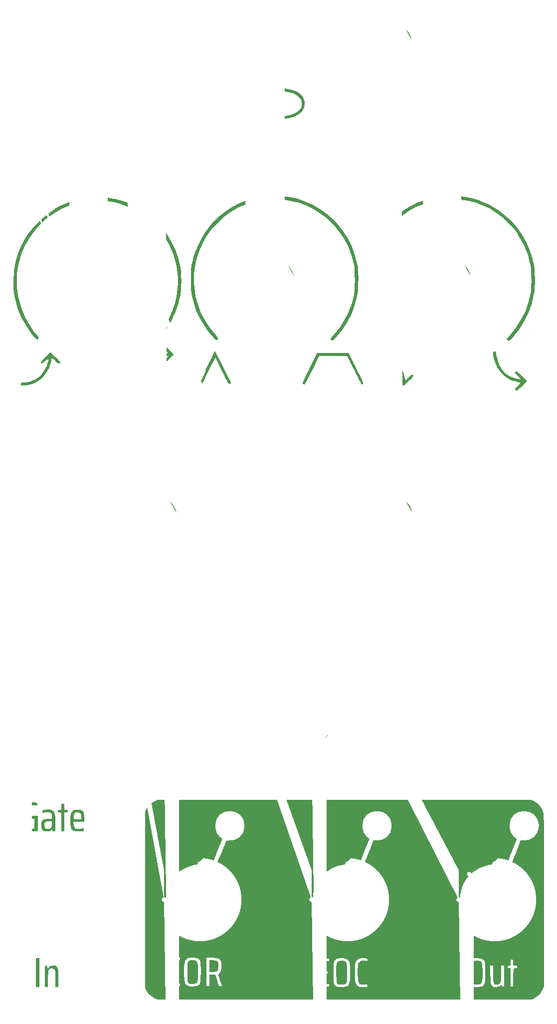
<source format=gto>
G04 #@! TF.GenerationSoftware,KiCad,Pcbnew,(7.0.0)*
G04 #@! TF.CreationDate,2023-03-06T21:19:05-06:00*
G04 #@! TF.ProjectId,SlopesPanel,536c6f70-6573-4506-916e-656c2e6b6963,rev?*
G04 #@! TF.SameCoordinates,Original*
G04 #@! TF.FileFunction,Legend,Top*
G04 #@! TF.FilePolarity,Positive*
%FSLAX46Y46*%
G04 Gerber Fmt 4.6, Leading zero omitted, Abs format (unit mm)*
G04 Created by KiCad (PCBNEW (7.0.0)) date 2023-03-06 21:19:05*
%MOMM*%
%LPD*%
G01*
G04 APERTURE LIST*
G04 Aperture macros list*
%AMFreePoly0*
4,1,139,5.398598,5.455452,5.858736,5.376554,6.310525,5.258917,6.750711,5.103390,7.176121,4.911092,7.583690,4.683410,7.970482,4.421984,8.333711,4.128698,8.670759,3.805664,8.979197,3.455210,9.256803,3.079861,9.501578,2.682322,9.711757,2.265457,9.885826,1.832269,10.022531,1.385879,10.120888,0.929505,10.180186,0.466433,10.200000,0.000000,10.180186,-0.466433,10.120888,-0.929505,
10.022531,-1.385879,9.885826,-1.832269,9.711757,-2.265457,9.501578,-2.682322,9.256803,-3.079861,8.979197,-3.455210,8.670759,-3.805664,8.333711,-4.128698,7.970482,-4.421984,7.583690,-4.683410,7.176121,-4.911092,6.750711,-5.103390,6.310525,-5.258917,5.858736,-5.376554,5.398598,-5.455452,4.933427,-5.495044,4.466573,-5.495044,4.001402,-5.455452,3.541264,-5.376554,3.089475,-5.258917,
2.649289,-5.103390,2.223879,-4.911092,1.816310,-4.683410,1.429518,-4.421984,1.066289,-4.128698,0.729241,-3.805664,0.420803,-3.455210,0.143197,-3.079861,-0.101578,-2.682322,-0.311757,-2.265457,-0.485826,-1.832269,-0.622531,-1.385879,-0.720888,-0.929505,-0.780186,-0.466433,-0.800000,0.000000,0.794988,0.000000,0.815023,-0.395064,0.874924,-0.786073,0.974075,-1.169017,1.111459,-1.539964,
1.285666,-1.895110,1.494909,-2.230809,1.737040,-2.543617,2.009576,-2.830325,2.309719,-3.087989,2.634389,-3.313966,2.980256,-3.505938,3.343769,-3.661933,3.721199,-3.780353,4.108673,-3.859981,4.502214,-3.900000,4.897786,-3.900000,5.291327,-3.859981,5.678801,-3.780353,6.056231,-3.661933,6.419744,-3.505938,6.765611,-3.313966,7.090281,-3.087989,7.390424,-2.830325,7.662960,-2.543617,
7.905091,-2.230809,8.114334,-1.895110,8.288541,-1.539964,8.425925,-1.169017,8.525076,-0.786073,8.584977,-0.395064,8.605012,0.000000,8.584977,0.395064,8.525076,0.786073,8.425925,1.169017,8.288541,1.539964,8.114334,1.895110,7.905091,2.230809,7.662960,2.543617,7.390424,2.830325,7.090281,3.087989,6.765611,3.313966,6.419744,3.505938,6.056231,3.661933,5.678801,3.780353,
5.291327,3.859981,4.897786,3.900000,4.502214,3.900000,4.108673,3.859981,3.721199,3.780353,3.343769,3.661933,2.980256,3.505938,2.634389,3.313966,2.309719,3.087989,2.009576,2.830325,1.737040,2.543617,1.494909,2.230809,1.285666,1.895110,1.111459,1.539964,0.974075,1.169017,0.874924,0.786073,0.815023,0.395064,0.794988,0.000000,-0.800000,0.000000,-0.780186,0.466433,
-0.720888,0.929505,-0.622531,1.385879,-0.485826,1.832269,-0.311757,2.265457,-0.101578,2.682322,0.143197,3.079861,0.420803,3.455210,0.729241,3.805664,1.066289,4.128698,1.429518,4.421984,1.816310,4.683410,2.223879,4.911092,2.649289,5.103390,3.089475,5.258917,3.541264,5.376554,4.001402,5.455452,4.466573,5.495044,4.933427,5.495044,5.398598,5.455452,5.398598,5.455452,
$1*%
%AMFreePoly1*
4,1,159,6.626847,7.030287,7.150748,6.971257,7.668773,6.873242,8.178024,6.736788,8.675654,6.562660,9.158880,6.351831,9.625000,6.105479,10.071406,5.824983,10.495603,5.511912,10.895218,5.168016,11.268016,4.795218,11.611912,4.395603,11.924983,3.971406,12.205479,3.525000,12.451831,3.058880,12.662660,2.575654,12.836788,2.078024,12.973242,1.568773,13.071257,1.050748,13.130287,0.526847,
13.150000,0.000000,13.130287,-0.526847,13.071257,-1.050748,12.973242,-1.568773,12.836788,-2.078024,12.662660,-2.575654,12.451831,-3.058880,12.205479,-3.525000,11.924983,-3.971406,11.611912,-4.395603,11.268016,-4.795218,10.895218,-5.168016,10.495603,-5.511912,10.071406,-5.824983,9.625000,-6.105479,9.158880,-6.351831,8.675654,-6.562660,8.178024,-6.736788,7.668773,-6.873242,7.150748,-6.971257,
6.626847,-7.030287,6.100000,-7.050000,5.573153,-7.030287,5.049252,-6.971257,4.531227,-6.873242,4.021976,-6.736788,3.524346,-6.562660,3.041120,-6.351831,2.575000,-6.105479,2.128594,-5.824983,1.704397,-5.511912,1.304782,-5.168016,0.931984,-4.795218,0.588088,-4.395603,0.275017,-3.971406,-0.005479,-3.525000,-0.251831,-3.058880,-0.462660,-2.575654,-0.636788,-2.078024,-0.773242,-1.568773,
-0.871257,-1.050748,-0.930287,-0.526847,-0.950000,0.000000,0.945094,0.000000,0.964710,-0.449280,1.023409,-0.895140,1.120743,-1.334188,1.255973,-1.763082,1.428069,-2.178557,1.635720,-2.577453,1.877348,-2.956733,2.151113,-3.313510,2.454931,-3.645069,2.786490,-3.948887,3.143267,-4.222652,3.522547,-4.464280,3.921443,-4.671931,4.336918,-4.844027,4.765812,-4.979257,5.204860,-5.076591,
5.650720,-5.135290,6.100000,-5.154906,6.549280,-5.135290,6.995140,-5.076591,7.434188,-4.979257,7.863082,-4.844027,8.278557,-4.671931,8.677453,-4.464280,9.056733,-4.222652,9.413510,-3.948887,9.745069,-3.645069,10.048887,-3.313510,10.322652,-2.956733,10.564280,-2.577453,10.771931,-2.178557,10.944027,-1.763082,11.079257,-1.334188,11.176591,-0.895140,11.235290,-0.449280,11.254906,0.000000,
11.235290,0.449280,11.176591,0.895140,11.079257,1.334188,10.944027,1.763082,10.771931,2.178557,10.564280,2.577453,10.322652,2.956733,10.048887,3.313510,9.745069,3.645069,9.413510,3.948887,9.056733,4.222652,8.677453,4.464280,8.278557,4.671931,7.863082,4.844027,7.434188,4.979257,6.995140,5.076591,6.549280,5.135290,6.100000,5.154906,5.650720,5.135290,5.204860,5.076591,
4.765812,4.979257,4.336918,4.844027,3.921443,4.671931,3.522547,4.464280,3.143267,4.222652,2.786490,3.948887,2.454931,3.645069,2.151113,3.313510,1.877348,2.956733,1.635720,2.577453,1.428069,2.178557,1.255973,1.763082,1.120743,1.334188,1.023409,0.895140,0.964710,0.449280,0.945094,0.000000,-0.950000,0.000000,-0.930287,0.526847,-0.871257,1.050748,-0.773242,1.568773,
-0.636788,2.078024,-0.462660,2.575654,-0.251831,3.058880,-0.005479,3.525000,0.275017,3.971406,0.588088,4.395603,0.931984,4.795218,1.304782,5.168016,1.704397,5.511912,2.128594,5.824983,2.575000,6.105479,3.041120,6.351831,3.524346,6.562660,4.021976,6.736788,4.531227,6.873242,5.049252,6.971257,5.573153,7.030287,6.100000,7.050000,6.626847,7.030287,6.626847,7.030287,
$1*%
%AMFreePoly2*
4,1,137,5.198598,5.455452,5.658736,5.376554,6.110525,5.258917,6.550711,5.103390,6.976121,4.911092,7.383690,4.683410,7.770482,4.421984,8.133711,4.128698,8.470759,3.805664,8.779197,3.455210,9.056803,3.079861,9.301578,2.682322,9.511757,2.265457,9.685826,1.832269,9.822531,1.385879,9.920888,0.929505,9.980186,0.466433,10.000000,0.000000,9.980186,-0.466433,9.920888,-0.929505,
9.822531,-1.385879,9.685826,-1.832269,9.511757,-2.265457,9.301578,-2.682322,9.056803,-3.079861,8.779197,-3.455210,8.470759,-3.805664,8.133711,-4.128698,7.770482,-4.421984,7.383690,-4.683410,6.976121,-4.911092,6.550711,-5.103390,6.110525,-5.258917,5.658736,-5.376554,5.198598,-5.455452,4.733427,-5.495044,4.266573,-5.495044,3.801402,-5.455452,3.341264,-5.376554,2.889475,-5.258917,
2.449289,-5.103390,2.023879,-4.911092,1.616310,-4.683410,1.229518,-4.421984,0.866289,-4.128698,0.529241,-3.805664,0.220803,-3.455210,-0.056803,-3.079861,-0.301578,-2.682322,-0.511757,-2.265457,-0.685826,-1.832269,-0.822531,-1.385879,-0.920888,-0.929505,-0.980186,-0.466433,-1.000000,0.000000,0.995197,0.000000,1.014397,-0.366352,1.071785,-0.728690,1.166734,-1.083044,1.298203,-1.425532,
1.464752,-1.752402,1.664555,-2.060072,1.895424,-2.345171,2.154829,-2.604576,2.439928,-2.835445,2.747598,-3.035248,3.074468,-3.201797,3.416956,-3.333266,3.771310,-3.428215,4.133648,-3.485603,4.500000,-3.504803,4.866352,-3.485603,5.228690,-3.428215,5.583044,-3.333266,5.925532,-3.201797,6.252402,-3.035248,6.560072,-2.835445,6.845171,-2.604576,7.104576,-2.345171,7.335445,-2.060072,
7.535248,-1.752402,7.701797,-1.425532,7.833266,-1.083044,7.928215,-0.728690,7.985603,-0.366352,8.004803,0.000000,7.985603,0.366352,7.928215,0.728690,7.833266,1.083044,7.701797,1.425532,7.535248,1.752401,7.335445,2.060072,7.104576,2.345171,6.845171,2.604576,6.560072,2.835445,6.252402,3.035248,5.925532,3.201797,5.583044,3.333266,5.228690,3.428215,4.866352,3.485603,
4.500000,3.504803,4.133648,3.485603,3.771310,3.428215,3.416956,3.333266,3.074468,3.201797,2.747599,3.035248,2.439928,2.835445,2.154829,2.604576,1.895424,2.345171,1.664555,2.060072,1.464752,1.752401,1.298203,1.425532,1.166734,1.083044,1.071785,0.728690,1.014397,0.366352,0.995197,0.000000,-1.000000,0.000000,-0.980186,0.466433,-0.920888,0.929505,-0.822531,1.385879,
-0.685826,1.832269,-0.511757,2.265457,-0.301578,2.682322,-0.056803,3.079861,0.220803,3.455210,0.529241,3.805664,0.866289,4.128698,1.229518,4.421984,1.616310,4.683410,2.023879,4.911092,2.449289,5.103390,2.889475,5.258917,3.341264,5.376554,3.801402,5.455452,4.266573,5.495044,4.733427,5.495044,5.198598,5.455452,5.198598,5.455452,$1*%
G04 Aperture macros list end*
%ADD10FreePoly0,0.000000*%
%ADD11C,0.800000*%
%ADD12C,4.000000*%
%ADD13FreePoly1,0.000000*%
%ADD14C,5.000000*%
%ADD15FreePoly2,0.000000*%
G04 APERTURE END LIST*
G36*
X310206667Y-187376000D02*
G01*
X310206667Y-189831333D01*
X309910333Y-189831333D01*
X309614000Y-189831333D01*
X309614000Y-187376000D01*
X309614000Y-184920667D01*
X309910333Y-184920667D01*
X310206667Y-184920667D01*
X310206667Y-187376000D01*
G37*
G36*
X340063953Y-185297688D02*
G01*
X340390303Y-185412031D01*
X340537203Y-185547175D01*
X340567434Y-185672468D01*
X340589943Y-185917457D01*
X340600436Y-186232538D01*
X340600703Y-186280318D01*
X340589953Y-186694727D01*
X340537961Y-186970611D01*
X340418115Y-187138141D01*
X340203802Y-187227491D01*
X339868409Y-187268835D01*
X339721336Y-187277354D01*
X339078000Y-187309841D01*
X339078000Y-186284587D01*
X339078000Y-185259333D01*
X339591566Y-185259333D01*
X340063953Y-185297688D01*
G37*
G36*
X341369995Y-84591196D02*
G01*
X341681610Y-85213793D01*
X341967806Y-85789999D01*
X342219901Y-86301995D01*
X342429212Y-86731962D01*
X342587059Y-87062080D01*
X342684759Y-87274528D01*
X342714083Y-87349910D01*
X342649329Y-87450771D01*
X342522487Y-87531538D01*
X342464296Y-87551925D01*
X342407502Y-87546386D01*
X342342785Y-87499612D01*
X342260822Y-87396296D01*
X342152293Y-87221128D01*
X342007876Y-86958802D01*
X341818250Y-86594008D01*
X341574093Y-86111439D01*
X341266084Y-85495787D01*
X341189766Y-85342843D01*
X340053224Y-83064762D01*
X338909445Y-85345448D01*
X337765667Y-87626135D01*
X337533701Y-87503151D01*
X337301736Y-87380168D01*
X338666114Y-84652447D01*
X340030492Y-81924725D01*
X341369995Y-84591196D01*
G37*
G36*
X314440000Y-159266667D02*
G01*
X314440000Y-159774667D01*
X314736333Y-159774667D01*
X314936731Y-159790481D01*
X315018771Y-159861646D01*
X315032667Y-159986333D01*
X315010526Y-160129475D01*
X314910895Y-160188074D01*
X314736333Y-160198000D01*
X314440000Y-160198000D01*
X314440000Y-161806667D01*
X314440000Y-163415333D01*
X314187868Y-163415333D01*
X313935736Y-163415333D01*
X313912701Y-161827833D01*
X313889667Y-160240333D01*
X313614500Y-160213802D01*
X313420993Y-160172487D01*
X313346931Y-160072855D01*
X313339333Y-159980969D01*
X313362457Y-159841259D01*
X313464814Y-159784102D01*
X313635667Y-159774667D01*
X313932000Y-159774667D01*
X313932000Y-159266667D01*
X313932000Y-158758667D01*
X314186000Y-158758667D01*
X314440000Y-158758667D01*
X314440000Y-159266667D01*
G37*
G36*
X330599504Y-26562147D02*
G01*
X331322806Y-26749135D01*
X331970451Y-27075808D01*
X332528249Y-27530710D01*
X332982010Y-28102383D01*
X333317544Y-28779371D01*
X333514542Y-29513541D01*
X333557067Y-30226643D01*
X333447991Y-30908232D01*
X333204263Y-31543042D01*
X332842834Y-32115805D01*
X332380654Y-32611252D01*
X331834675Y-33014117D01*
X331221846Y-33309132D01*
X330559119Y-33481029D01*
X329863443Y-33514540D01*
X329193224Y-33405844D01*
X328455440Y-33124340D01*
X327814164Y-32705888D01*
X327278347Y-32157004D01*
X327066885Y-31858019D01*
X326756831Y-31220499D01*
X326584190Y-30521466D01*
X326551121Y-29798906D01*
X326659785Y-29090806D01*
X326876214Y-28506046D01*
X327284777Y-27855157D01*
X327804735Y-27318708D01*
X328416947Y-26909596D01*
X329102271Y-26640717D01*
X329814735Y-26526302D01*
X330599504Y-26562147D01*
G37*
G36*
X370958343Y-26622570D02*
G01*
X371542092Y-26838938D01*
X372190779Y-27250412D01*
X372741963Y-27789256D01*
X373169445Y-28429255D01*
X373208883Y-28506919D01*
X373443858Y-29168347D01*
X373535213Y-29877818D01*
X373485754Y-30598334D01*
X373298290Y-31292897D01*
X372975630Y-31924508D01*
X372946165Y-31968155D01*
X372451859Y-32545888D01*
X371862239Y-32997415D01*
X371200547Y-33313999D01*
X370490022Y-33486905D01*
X369753904Y-33507395D01*
X369134667Y-33400933D01*
X368432364Y-33128728D01*
X367815481Y-32719471D01*
X367299672Y-32190405D01*
X366900587Y-31558771D01*
X366633879Y-30841810D01*
X366576353Y-30582846D01*
X366528765Y-29879757D01*
X366635960Y-29177462D01*
X366885495Y-28503389D01*
X367264926Y-27884966D01*
X367761811Y-27349620D01*
X368188648Y-27028885D01*
X368826824Y-26718532D01*
X369526411Y-26545932D01*
X370249541Y-26513229D01*
X370958343Y-26622570D01*
G37*
G36*
X350909443Y-66603342D02*
G01*
X351582813Y-66857156D01*
X352206519Y-67258530D01*
X352502716Y-67524339D01*
X352991962Y-68125830D01*
X353329396Y-68789955D01*
X353512136Y-69498767D01*
X353537301Y-70234321D01*
X353402011Y-70978673D01*
X353157977Y-71606370D01*
X352875578Y-72049710D01*
X352482860Y-72488117D01*
X352028902Y-72876197D01*
X351562779Y-73168559D01*
X351381508Y-73249466D01*
X350849782Y-73396994D01*
X350251382Y-73470322D01*
X349651584Y-73466834D01*
X349115664Y-73383917D01*
X348984000Y-73345467D01*
X348295916Y-73036760D01*
X347713922Y-72615002D01*
X347243038Y-72100681D01*
X346888287Y-71514286D01*
X346654688Y-70876306D01*
X346547263Y-70207229D01*
X346571034Y-69527544D01*
X346731022Y-68857738D01*
X347032248Y-68218301D01*
X347479733Y-67629721D01*
X347562329Y-67544540D01*
X348156292Y-67061896D01*
X348809833Y-66726365D01*
X349501104Y-66538036D01*
X350208257Y-66496999D01*
X350909443Y-66603342D01*
G37*
G36*
X361701592Y-185344462D02*
G01*
X362011861Y-185407527D01*
X362203787Y-185505723D01*
X362277386Y-185572155D01*
X362330971Y-185651907D01*
X362368420Y-185771734D01*
X362393610Y-185958390D01*
X362410418Y-186238631D01*
X362422721Y-186639213D01*
X362432295Y-187082508D01*
X362441245Y-187773801D01*
X362432384Y-188314236D01*
X362399044Y-188721923D01*
X362334560Y-189014969D01*
X362232265Y-189211484D01*
X362085492Y-189329576D01*
X361887575Y-189387354D01*
X361631847Y-189402927D01*
X361578167Y-189402633D01*
X361286106Y-189385953D01*
X361040388Y-189349503D01*
X360954944Y-189325051D01*
X360840792Y-189262319D01*
X360757466Y-189162839D01*
X360698554Y-189000035D01*
X360657643Y-188747333D01*
X360628322Y-188378160D01*
X360604438Y-187872430D01*
X360587842Y-187062521D01*
X360609625Y-186417025D01*
X360669840Y-185935417D01*
X360768540Y-185617172D01*
X360844880Y-185505786D01*
X361055278Y-185393594D01*
X361361790Y-185339819D01*
X361701592Y-185344462D01*
G37*
G36*
X384800579Y-185360606D02*
G01*
X385048349Y-185403630D01*
X385163959Y-185449833D01*
X385270526Y-185614479D01*
X385354984Y-185914078D01*
X385417035Y-186315659D01*
X385456379Y-186786252D01*
X385472719Y-187292886D01*
X385465755Y-187802592D01*
X385435190Y-188282398D01*
X385380724Y-188699334D01*
X385302058Y-189020431D01*
X385198896Y-189212718D01*
X385198041Y-189213578D01*
X385021933Y-189303331D01*
X384742393Y-189362667D01*
X384423529Y-189385771D01*
X384129444Y-189366828D01*
X383971268Y-189324849D01*
X383848273Y-189250957D01*
X383755897Y-189133790D01*
X383690628Y-188951952D01*
X383648954Y-188684043D01*
X383627360Y-188308667D01*
X383622334Y-187804426D01*
X383628796Y-187238896D01*
X383641387Y-186626274D01*
X383661852Y-186162322D01*
X383699673Y-185826386D01*
X383764331Y-185597810D01*
X383865306Y-185455939D01*
X384012082Y-185380118D01*
X384214138Y-185349692D01*
X384480955Y-185344005D01*
X384498606Y-185344000D01*
X384800579Y-185360606D01*
G37*
G36*
X313465313Y-145589854D02*
G01*
X314248484Y-145826026D01*
X314986580Y-146211050D01*
X315030168Y-146239779D01*
X315692728Y-146776089D01*
X316223507Y-147399367D01*
X316622353Y-148090357D01*
X316889111Y-148829800D01*
X317023629Y-149598440D01*
X317025753Y-150377018D01*
X316895330Y-151146278D01*
X316632206Y-151886962D01*
X316236229Y-152579813D01*
X315707244Y-153205572D01*
X315089683Y-153714650D01*
X314381893Y-154106716D01*
X313604898Y-154368185D01*
X312795568Y-154492497D01*
X311990769Y-154473095D01*
X311431243Y-154365486D01*
X310594706Y-154057223D01*
X309861604Y-153616687D01*
X309236301Y-153046881D01*
X308901424Y-152625381D01*
X308449290Y-151844139D01*
X308160467Y-151033942D01*
X308034479Y-150208807D01*
X308070848Y-149382751D01*
X308269095Y-148569791D01*
X308628743Y-147783944D01*
X309089390Y-147112240D01*
X309666883Y-146525226D01*
X310335338Y-146067086D01*
X311072080Y-145741149D01*
X311854439Y-145550745D01*
X312659740Y-145499203D01*
X313465313Y-145589854D01*
G37*
G36*
X338210167Y-145536963D02*
G01*
X339033553Y-145745775D01*
X339787188Y-146097409D01*
X340456591Y-146575011D01*
X341027283Y-147161732D01*
X341484782Y-147840718D01*
X341814610Y-148595119D01*
X342002287Y-149408083D01*
X342041333Y-149995667D01*
X341959432Y-150841511D01*
X341722276Y-151646462D01*
X341342686Y-152390220D01*
X340833484Y-153052484D01*
X340207492Y-153612954D01*
X339480792Y-154049775D01*
X338683164Y-154355224D01*
X337894050Y-154498904D01*
X337084728Y-154484234D01*
X336561346Y-154397364D01*
X335801756Y-154148754D01*
X335089223Y-153754539D01*
X334447664Y-153236863D01*
X333900995Y-152617866D01*
X333473132Y-151919689D01*
X333230933Y-151314107D01*
X333098123Y-150678260D01*
X333055840Y-149972058D01*
X333104083Y-149268251D01*
X333230933Y-148677226D01*
X333553828Y-147905056D01*
X334008628Y-147217551D01*
X334575519Y-146627209D01*
X335234687Y-146146524D01*
X335966316Y-145787995D01*
X336750592Y-145564117D01*
X337567702Y-145487387D01*
X338210167Y-145536963D01*
G37*
G36*
X313223283Y-170542063D02*
G01*
X314026487Y-170752040D01*
X314482333Y-170947550D01*
X315173081Y-171345581D01*
X315729102Y-171795979D01*
X316183178Y-172326334D01*
X316269139Y-172451184D01*
X316687196Y-173224090D01*
X316947212Y-174030825D01*
X317050982Y-174852761D01*
X317000304Y-175671272D01*
X316796976Y-176467729D01*
X316442793Y-177223507D01*
X315939554Y-177919978D01*
X315718758Y-178156092D01*
X315044223Y-178716444D01*
X314296738Y-179129931D01*
X313494206Y-179391475D01*
X312654529Y-179496001D01*
X311795609Y-179438433D01*
X311445685Y-179367680D01*
X310683870Y-179097468D01*
X309965132Y-178669989D01*
X309360000Y-178149715D01*
X308796451Y-177470007D01*
X308385690Y-176728094D01*
X308130371Y-175939856D01*
X308033151Y-175121168D01*
X308096682Y-174287909D01*
X308323621Y-173455956D01*
X308504656Y-173034138D01*
X308947963Y-172300393D01*
X309500090Y-171681426D01*
X310141901Y-171183918D01*
X310854261Y-170814549D01*
X311618035Y-170579997D01*
X312414087Y-170486942D01*
X313223283Y-170542063D01*
G37*
G36*
X336485467Y-185264228D02*
G01*
X336708716Y-185293148D01*
X336869090Y-185367447D01*
X336977766Y-185508476D01*
X337045924Y-185737591D01*
X337084742Y-186076143D01*
X337105398Y-186545486D01*
X337116418Y-187032460D01*
X337124421Y-187688530D01*
X337116269Y-188196144D01*
X337087549Y-188575770D01*
X337033845Y-188847878D01*
X336950743Y-189032937D01*
X336833830Y-189151417D01*
X336678691Y-189223786D01*
X336641465Y-189234868D01*
X336294327Y-189303304D01*
X335964287Y-189291663D01*
X335806008Y-189264740D01*
X335610888Y-189175501D01*
X335467342Y-189055714D01*
X335411736Y-188979607D01*
X335370928Y-188875475D01*
X335342678Y-188718267D01*
X335324746Y-188482932D01*
X335314891Y-188144419D01*
X335310875Y-187677679D01*
X335310333Y-187299887D01*
X335312521Y-186661166D01*
X335324792Y-186171872D01*
X335355708Y-185812103D01*
X335413828Y-185561961D01*
X335507714Y-185401544D01*
X335645927Y-185310953D01*
X335837027Y-185270288D01*
X336089576Y-185259647D01*
X336188163Y-185259333D01*
X336485467Y-185264228D01*
G37*
G36*
X363060769Y-145522908D02*
G01*
X363869415Y-145692300D01*
X364636193Y-146011010D01*
X365340483Y-146475628D01*
X365688989Y-146787410D01*
X366256810Y-147455314D01*
X366665532Y-148178074D01*
X366919001Y-148964940D01*
X367021066Y-149825163D01*
X367023660Y-149995667D01*
X367003670Y-150487911D01*
X366949041Y-150940530D01*
X366886538Y-151223333D01*
X366568645Y-152017384D01*
X366119090Y-152721827D01*
X365556338Y-153325387D01*
X364898852Y-153816788D01*
X364165098Y-154184755D01*
X363373540Y-154418010D01*
X362542643Y-154505279D01*
X361690870Y-154435286D01*
X361641667Y-154426250D01*
X361002606Y-154235449D01*
X360352151Y-153915185D01*
X359740986Y-153493537D01*
X359388223Y-153177816D01*
X358821521Y-152499311D01*
X358406535Y-151756276D01*
X358145821Y-150964336D01*
X358041934Y-150139120D01*
X358097430Y-149296254D01*
X358314867Y-148451365D01*
X358530834Y-147936037D01*
X358834435Y-147445043D01*
X359257065Y-146949176D01*
X359755092Y-146490632D01*
X360284885Y-146111610D01*
X360589808Y-145944707D01*
X361400347Y-145645704D01*
X362230873Y-145506240D01*
X363060769Y-145522908D01*
G37*
G36*
X321074762Y-66650990D02*
G01*
X321730088Y-66931124D01*
X322336604Y-67357443D01*
X322524239Y-67532587D01*
X322998701Y-68116827D01*
X323325936Y-68756869D01*
X323509524Y-69431510D01*
X323553047Y-70119543D01*
X323460087Y-70799764D01*
X323234226Y-71450968D01*
X322879046Y-72051951D01*
X322398128Y-72581507D01*
X321795054Y-73018432D01*
X321577978Y-73134667D01*
X321243027Y-73291691D01*
X320971593Y-73388820D01*
X320695379Y-73442604D01*
X320346088Y-73469596D01*
X320166449Y-73476742D01*
X319706991Y-73480330D01*
X319354867Y-73449935D01*
X319050322Y-73379063D01*
X318945465Y-73344047D01*
X318236254Y-73004402D01*
X317625757Y-72530026D01*
X317125081Y-71931097D01*
X316826230Y-71401825D01*
X316723293Y-71164783D01*
X316656908Y-70949579D01*
X316619271Y-70707565D01*
X316602575Y-70390096D01*
X316599000Y-69985667D01*
X316601919Y-69567507D01*
X316616965Y-69269088D01*
X316653576Y-69040837D01*
X316721187Y-68833182D01*
X316829234Y-68596552D01*
X316884602Y-68485245D01*
X317293661Y-67841410D01*
X317800896Y-67318929D01*
X318385307Y-66921349D01*
X319025897Y-66652219D01*
X319701668Y-66515084D01*
X320391623Y-66513492D01*
X321074762Y-66650990D01*
G37*
G36*
X350448553Y-47049080D02*
G01*
X350747425Y-47080713D01*
X351000475Y-47146990D01*
X351269230Y-47258999D01*
X351280161Y-47264110D01*
X351887044Y-47629033D01*
X352367664Y-48101071D01*
X352729680Y-48678164D01*
X352865772Y-48971573D01*
X352948154Y-49214143D01*
X352990013Y-49469150D01*
X353004535Y-49799871D01*
X353005667Y-50002553D01*
X352997750Y-50407982D01*
X352966543Y-50706158D01*
X352900862Y-50958730D01*
X352789522Y-51227346D01*
X352779591Y-51248637D01*
X352443101Y-51792125D01*
X351988614Y-52273729D01*
X351462501Y-52647213D01*
X351288313Y-52735554D01*
X350732705Y-52916717D01*
X350122908Y-52993445D01*
X349522918Y-52962186D01*
X349094053Y-52857417D01*
X348434488Y-52540319D01*
X347889680Y-52099455D01*
X347455505Y-51531024D01*
X347268144Y-51175231D01*
X347123221Y-50703929D01*
X347064425Y-50148815D01*
X347090816Y-49571314D01*
X347201456Y-49032849D01*
X347305075Y-48760030D01*
X347646048Y-48210938D01*
X348108603Y-47723519D01*
X348645618Y-47344896D01*
X348798030Y-47267075D01*
X349070638Y-47151897D01*
X349322855Y-47083319D01*
X349616521Y-47050106D01*
X350013477Y-47041023D01*
X350042333Y-47041000D01*
X350448553Y-47049080D01*
G37*
G36*
X312864267Y-186204858D02*
G01*
X312880793Y-186210189D01*
X313056565Y-186278742D01*
X313189667Y-186368542D01*
X313286000Y-186502196D01*
X313351466Y-186702311D01*
X313391965Y-186991492D01*
X313413401Y-187392348D01*
X313421674Y-187927483D01*
X313422752Y-188286167D01*
X313424000Y-189831333D01*
X313170000Y-189831333D01*
X312916000Y-189831333D01*
X312916000Y-188392000D01*
X312914596Y-187862054D01*
X312908518Y-187474822D01*
X312894964Y-187203694D01*
X312871134Y-187022060D01*
X312834226Y-186903311D01*
X312781440Y-186820836D01*
X312746667Y-186783333D01*
X312496263Y-186642160D01*
X312198762Y-186632805D01*
X311914017Y-186755801D01*
X311888213Y-186775671D01*
X311815348Y-186841202D01*
X311762136Y-186919611D01*
X311724862Y-187037289D01*
X311699806Y-187220623D01*
X311683252Y-187496004D01*
X311671482Y-187889821D01*
X311661591Y-188384338D01*
X311634849Y-189831333D01*
X311386425Y-189831333D01*
X311138000Y-189831333D01*
X311138000Y-188011000D01*
X311138000Y-186190667D01*
X311349667Y-186190667D01*
X311499586Y-186217073D01*
X311555541Y-186330414D01*
X311561333Y-186451163D01*
X311561333Y-186711659D01*
X311772522Y-186460675D01*
X312070748Y-186229523D01*
X312442488Y-186142482D01*
X312864267Y-186204858D01*
G37*
G36*
X363978095Y-84860850D02*
G01*
X364323385Y-85552557D01*
X364598682Y-86108800D01*
X364810565Y-86545144D01*
X364965613Y-86877158D01*
X365070405Y-87120408D01*
X365131519Y-87290461D01*
X365155533Y-87402884D01*
X365149028Y-87473244D01*
X365118581Y-87517108D01*
X365105186Y-87527850D01*
X364955343Y-87616962D01*
X364884957Y-87638667D01*
X364831787Y-87565742D01*
X364713225Y-87358989D01*
X364538795Y-87036441D01*
X364318020Y-86616131D01*
X364060423Y-86116092D01*
X363775527Y-85554356D01*
X363610664Y-85225667D01*
X362405048Y-82812667D01*
X360054664Y-82812667D01*
X357704279Y-82812667D01*
X356498664Y-85225667D01*
X356203779Y-85813108D01*
X355932341Y-86348554D01*
X355693663Y-86814047D01*
X355497057Y-87191632D01*
X355351836Y-87463350D01*
X355267313Y-87611247D01*
X355250024Y-87633300D01*
X355146505Y-87600922D01*
X355016500Y-87551361D01*
X354870571Y-87476332D01*
X354826000Y-87429182D01*
X354862532Y-87345303D01*
X354966262Y-87128009D01*
X355128391Y-86795204D01*
X355340121Y-86364795D01*
X355592653Y-85854686D01*
X355877189Y-85282784D01*
X356096273Y-84844120D01*
X357366546Y-82304667D01*
X360033000Y-82304667D01*
X362699453Y-82304667D01*
X363978095Y-84860850D01*
G37*
G36*
X380833017Y-66592135D02*
G01*
X381486871Y-66817177D01*
X382091940Y-67170831D01*
X382627092Y-67649482D01*
X383071197Y-68249516D01*
X383200065Y-68485245D01*
X383326514Y-68746724D01*
X383408832Y-68959819D01*
X383456457Y-69174101D01*
X383478822Y-69439142D01*
X383485366Y-69804515D01*
X383485667Y-69985667D01*
X383482283Y-70408052D01*
X383466043Y-70711735D01*
X383427813Y-70947306D01*
X383358459Y-71165357D01*
X383248847Y-71416476D01*
X383213947Y-71490639D01*
X382820289Y-72127637D01*
X382293010Y-72673408D01*
X381652056Y-73108074D01*
X381525383Y-73173359D01*
X381217501Y-73313999D01*
X380950645Y-73400912D01*
X380658666Y-73449159D01*
X380275420Y-73473798D01*
X380192280Y-73476866D01*
X379721384Y-73479641D01*
X379360751Y-73446429D01*
X379054008Y-73371334D01*
X378997228Y-73351866D01*
X378256631Y-73007105D01*
X377638879Y-72548526D01*
X377149167Y-71982177D01*
X376792692Y-71314103D01*
X376574647Y-70550354D01*
X376570560Y-70527509D01*
X376530961Y-69830526D01*
X376645919Y-69127841D01*
X376904852Y-68451213D01*
X377297180Y-67832406D01*
X377571578Y-67522595D01*
X378152383Y-67050367D01*
X378790061Y-66724821D01*
X379463480Y-66542343D01*
X380151509Y-66499319D01*
X380833017Y-66592135D01*
G37*
G36*
X370446240Y-106565070D02*
G01*
X370750048Y-106581345D01*
X370985617Y-106619583D01*
X371203473Y-106688881D01*
X371454142Y-106798331D01*
X371525717Y-106832018D01*
X372175196Y-107231248D01*
X372725810Y-107758349D01*
X373153536Y-108389298D01*
X373224648Y-108530949D01*
X373347824Y-108803892D01*
X373426657Y-109030621D01*
X373470936Y-109264151D01*
X373490451Y-109557499D01*
X373494990Y-109963678D01*
X373495000Y-109995058D01*
X373491949Y-110402836D01*
X373475405Y-110695064D01*
X373434279Y-110925504D01*
X373357482Y-111147923D01*
X373233927Y-111416084D01*
X373178794Y-111528249D01*
X372763336Y-112194129D01*
X372242047Y-112729543D01*
X371620848Y-113129832D01*
X370905657Y-113390337D01*
X370774115Y-113420607D01*
X370372451Y-113497249D01*
X370062927Y-113528670D01*
X369774997Y-113516638D01*
X369438119Y-113462920D01*
X369397838Y-113455091D01*
X368694185Y-113236584D01*
X368064831Y-112883978D01*
X367524209Y-112418018D01*
X367086750Y-111859452D01*
X366766884Y-111229027D01*
X366579042Y-110547489D01*
X366537656Y-109835587D01*
X366586982Y-109414016D01*
X366799569Y-108707619D01*
X367156147Y-108051717D01*
X367633906Y-107475965D01*
X368210040Y-107010017D01*
X368605276Y-106789918D01*
X368843063Y-106686564D01*
X369058363Y-106619901D01*
X369299887Y-106582091D01*
X369616340Y-106565296D01*
X370023667Y-106561667D01*
X370446240Y-106565070D01*
G37*
G36*
X330491732Y-106565893D02*
G01*
X330801940Y-106583796D01*
X331040330Y-106623215D01*
X331255611Y-106691989D01*
X331479390Y-106789918D01*
X332001855Y-107106066D01*
X332501848Y-107536808D01*
X332924986Y-108030438D01*
X333134911Y-108364006D01*
X333415694Y-109056469D01*
X333539628Y-109761212D01*
X333516226Y-110458948D01*
X333355005Y-111130392D01*
X333065479Y-111756258D01*
X332657164Y-112317259D01*
X332139575Y-112794110D01*
X331522227Y-113167524D01*
X330814636Y-113418215D01*
X330620577Y-113460247D01*
X330302431Y-113514381D01*
X330049951Y-113533993D01*
X329797767Y-113516977D01*
X329480507Y-113461230D01*
X329270694Y-113416797D01*
X328557692Y-113178573D01*
X327927160Y-112795842D01*
X327390750Y-112277908D01*
X326960117Y-111634079D01*
X326905873Y-111528249D01*
X326763728Y-111232020D01*
X326672146Y-110999972D01*
X326620036Y-110778340D01*
X326596311Y-110513360D01*
X326589882Y-110151265D01*
X326589667Y-109995058D01*
X326593575Y-109579765D01*
X326611826Y-109280729D01*
X326654209Y-109044936D01*
X326730513Y-108819369D01*
X326850529Y-108551015D01*
X326860018Y-108530949D01*
X327259248Y-107881471D01*
X327786349Y-107330856D01*
X328417298Y-106903131D01*
X328558949Y-106832018D01*
X328825223Y-106711438D01*
X329046406Y-106633220D01*
X329273023Y-106588270D01*
X329555602Y-106567495D01*
X329944667Y-106561800D01*
X330061000Y-106561667D01*
X330491732Y-106565893D01*
G37*
G36*
X331387574Y-80951263D02*
G01*
X331635416Y-81132686D01*
X331971437Y-81434828D01*
X332204163Y-81660518D01*
X333024333Y-82470172D01*
X332173344Y-83322559D01*
X331802565Y-83685472D01*
X331528764Y-83932377D01*
X331337538Y-84074814D01*
X331214488Y-84124323D01*
X331178511Y-84119748D01*
X331059182Y-84028590D01*
X331060701Y-83882788D01*
X331188603Y-83669039D01*
X331448424Y-83374042D01*
X331518849Y-83301955D01*
X331752435Y-83061737D01*
X331877429Y-82916096D01*
X331906789Y-82841706D01*
X331853470Y-82815244D01*
X331790638Y-82812667D01*
X331271054Y-82878260D01*
X330699581Y-83060526D01*
X330121832Y-83337695D01*
X329583422Y-83687996D01*
X329142324Y-84076623D01*
X328649439Y-84689727D01*
X328275010Y-85379902D01*
X328007809Y-86171711D01*
X327868465Y-86863548D01*
X327814284Y-87190815D01*
X327764662Y-87386478D01*
X327701900Y-87486796D01*
X327608297Y-87528030D01*
X327539021Y-87538457D01*
X327386824Y-87540450D01*
X327322779Y-87467260D01*
X327309349Y-87273192D01*
X327309333Y-87258837D01*
X327355452Y-86777196D01*
X327484831Y-86204715D01*
X327683999Y-85589541D01*
X327939488Y-84979824D01*
X327957416Y-84942169D01*
X328416302Y-84163046D01*
X328982219Y-83515133D01*
X329655021Y-82998552D01*
X330434560Y-82613424D01*
X330991878Y-82435342D01*
X331319538Y-82363024D01*
X331630453Y-82315568D01*
X331790842Y-82304667D01*
X332088108Y-82304667D01*
X331553143Y-81764904D01*
X331250892Y-81436840D01*
X331083119Y-81198876D01*
X331048562Y-81067376D01*
X331106602Y-80925001D01*
X331215454Y-80884166D01*
X331387574Y-80951263D01*
G37*
G36*
X367499209Y-82221251D02*
G01*
X368359917Y-82304123D01*
X369169692Y-82540617D01*
X369915304Y-82919270D01*
X370583525Y-83428623D01*
X371161124Y-84057213D01*
X371634870Y-84793580D01*
X371991534Y-85626262D01*
X372165103Y-86263367D01*
X372313910Y-86962401D01*
X372819788Y-86450898D01*
X373144546Y-86148504D01*
X373379095Y-85989287D01*
X373494135Y-85963531D01*
X373628377Y-86010539D01*
X373664624Y-86108132D01*
X373595880Y-86268918D01*
X373415147Y-86505502D01*
X373115428Y-86830493D01*
X372881564Y-87067203D01*
X372052563Y-87892740D01*
X371225089Y-87062150D01*
X370867337Y-86694090D01*
X370626023Y-86423063D01*
X370489896Y-86234886D01*
X370447704Y-86115378D01*
X370452532Y-86088446D01*
X370543723Y-85969517D01*
X370689820Y-85971570D01*
X370904043Y-86100122D01*
X371199614Y-86360688D01*
X371270045Y-86429516D01*
X371495691Y-86638922D01*
X371665181Y-86769406D01*
X371752779Y-86802132D01*
X371759333Y-86787648D01*
X371728039Y-86565448D01*
X371644777Y-86237063D01*
X371525479Y-85851430D01*
X371386078Y-85457488D01*
X371242504Y-85104176D01*
X371145770Y-84902944D01*
X370728081Y-84285579D01*
X370184578Y-83737889D01*
X369552610Y-83289640D01*
X368869526Y-82970598D01*
X368626667Y-82895337D01*
X368336219Y-82833351D01*
X367965202Y-82775202D01*
X367653000Y-82739412D01*
X367342803Y-82707421D01*
X367163017Y-82669995D01*
X367075169Y-82609335D01*
X367040788Y-82507644D01*
X367033543Y-82452833D01*
X367026156Y-82322493D01*
X367067997Y-82253127D01*
X367197357Y-82225694D01*
X367452529Y-82221148D01*
X367499209Y-82221251D01*
G37*
G36*
X309216556Y-158480393D02*
G01*
X309542923Y-158513794D01*
X309745324Y-158578750D01*
X309845923Y-158681661D01*
X309868000Y-158796843D01*
X309861237Y-158894519D01*
X309818928Y-158954012D01*
X309708046Y-158983865D01*
X309495562Y-158992620D01*
X309148447Y-158988820D01*
X309127167Y-158988457D01*
X308669856Y-158994334D01*
X308350026Y-159038775D01*
X308137807Y-159134501D01*
X308003331Y-159294233D01*
X307924843Y-159500496D01*
X307886112Y-159737318D01*
X307859801Y-160095791D01*
X307845608Y-160534487D01*
X307843231Y-161011981D01*
X307852367Y-161486845D01*
X307872715Y-161917652D01*
X307903972Y-162262976D01*
X307945835Y-162481390D01*
X307946612Y-162483692D01*
X308118232Y-162740804D01*
X308408427Y-162903379D01*
X308787682Y-162958993D01*
X309027868Y-162938801D01*
X309360000Y-162885691D01*
X309360000Y-162092179D01*
X309360000Y-161298667D01*
X309021333Y-161298667D01*
X308804178Y-161288636D01*
X308707643Y-161234282D01*
X308683201Y-161099208D01*
X308682667Y-161044667D01*
X308682667Y-160790667D01*
X309317667Y-160790667D01*
X309952667Y-160790667D01*
X309952667Y-162050083D01*
X309952667Y-163309500D01*
X309688083Y-163362417D01*
X309394314Y-163398976D01*
X309028976Y-163413499D01*
X308644316Y-163407594D01*
X308292580Y-163382869D01*
X308026013Y-163340933D01*
X307928828Y-163308252D01*
X307686178Y-163129102D01*
X307501169Y-162861731D01*
X307369974Y-162490745D01*
X307288769Y-162000755D01*
X307253730Y-161376367D01*
X307260502Y-160618973D01*
X307298144Y-159948984D01*
X307372439Y-159429120D01*
X307495417Y-159041971D01*
X307679109Y-158770127D01*
X307935545Y-158596180D01*
X308276757Y-158502720D01*
X308714774Y-158472338D01*
X308744060Y-158472142D01*
X309216556Y-158480393D01*
G37*
G36*
X312916439Y-82940104D02*
G01*
X313218829Y-83248489D01*
X313469670Y-83517968D01*
X313648048Y-83724997D01*
X313733050Y-83846032D01*
X313736858Y-83863759D01*
X313649308Y-83971945D01*
X313568368Y-84033068D01*
X313478924Y-84056393D01*
X313360647Y-84008909D01*
X313186988Y-83873157D01*
X312931398Y-83631675D01*
X312878187Y-83579147D01*
X312582880Y-83301865D01*
X312390561Y-83157618D01*
X312300306Y-83145740D01*
X312294991Y-83157029D01*
X312260318Y-83295456D01*
X312201371Y-83547567D01*
X312130214Y-83861659D01*
X312122133Y-83897889D01*
X311860216Y-84739368D01*
X311472128Y-85512186D01*
X310974159Y-86194627D01*
X310382594Y-86764974D01*
X309713722Y-87201512D01*
X309603396Y-87256172D01*
X309021864Y-87491025D01*
X308401175Y-87671434D01*
X307806344Y-87780905D01*
X307433833Y-87806530D01*
X307208029Y-87798957D01*
X307104228Y-87751683D01*
X307075229Y-87631582D01*
X307074000Y-87554000D01*
X307085721Y-87395778D01*
X307152048Y-87322234D01*
X307319724Y-87301055D01*
X307441456Y-87300000D01*
X307832501Y-87264003D01*
X308310527Y-87167425D01*
X308812061Y-87027387D01*
X309273632Y-86861010D01*
X309553351Y-86730350D01*
X310118155Y-86338080D01*
X310635404Y-85808915D01*
X311082148Y-85173495D01*
X311435437Y-84462458D01*
X311595509Y-84003799D01*
X311696974Y-83633905D01*
X311731361Y-83414255D01*
X311688731Y-83335691D01*
X311559142Y-83389057D01*
X311332655Y-83565193D01*
X311222122Y-83659805D01*
X310889858Y-83918684D01*
X310652353Y-84037442D01*
X310509372Y-84016140D01*
X310460681Y-83854835D01*
X310460667Y-83850818D01*
X310518163Y-83737089D01*
X310675560Y-83533330D01*
X310910217Y-83266378D01*
X311199498Y-82963068D01*
X311265042Y-82897291D01*
X312069417Y-82096261D01*
X312916439Y-82940104D01*
G37*
G36*
X387630290Y-82060527D02*
G01*
X387708501Y-82116549D01*
X387752992Y-82258394D01*
X387786849Y-82525723D01*
X387790158Y-82557244D01*
X387900406Y-83161840D01*
X388097402Y-83811370D01*
X388355567Y-84434173D01*
X388644954Y-84952063D01*
X389055775Y-85453340D01*
X389571362Y-85908940D01*
X390136184Y-86274371D01*
X390506779Y-86443734D01*
X390794990Y-86537983D01*
X391115558Y-86622125D01*
X391427712Y-86688344D01*
X391690686Y-86728823D01*
X391863710Y-86735744D01*
X391910000Y-86712790D01*
X391853912Y-86631986D01*
X391705362Y-86466390D01*
X391493919Y-86248607D01*
X391444333Y-86199333D01*
X391157218Y-85888830D01*
X391009821Y-85658669D01*
X390998277Y-85499435D01*
X391117005Y-85402364D01*
X391221512Y-85422216D01*
X391401301Y-85541852D01*
X391667503Y-85770141D01*
X392031248Y-86115954D01*
X392111839Y-86195216D01*
X392968333Y-87041153D01*
X392165672Y-87847910D01*
X391792616Y-88212796D01*
X391512232Y-88460443D01*
X391307192Y-88602353D01*
X391160169Y-88650025D01*
X391053833Y-88614960D01*
X391035111Y-88598222D01*
X390980329Y-88471347D01*
X391037952Y-88295095D01*
X391217086Y-88052179D01*
X391459659Y-87792512D01*
X391712461Y-87520490D01*
X391833035Y-87348350D01*
X391823547Y-87272955D01*
X391819493Y-87271610D01*
X391676914Y-87239291D01*
X391424693Y-87189407D01*
X391148000Y-87138302D01*
X390370560Y-86916281D01*
X389634428Y-86546610D01*
X388967247Y-86050419D01*
X388396661Y-85448837D01*
X387950314Y-84762997D01*
X387894401Y-84651283D01*
X387690507Y-84173139D01*
X387510151Y-83649630D01*
X387367779Y-83132032D01*
X387277835Y-82671620D01*
X387253333Y-82375790D01*
X387264861Y-82164097D01*
X387323857Y-82072179D01*
X387466940Y-82050826D01*
X387495272Y-82050667D01*
X387630290Y-82060527D01*
G37*
G36*
X315468415Y-161229436D02*
G01*
X316009941Y-161229436D01*
X316031220Y-161337665D01*
X316132345Y-161359877D01*
X316356728Y-161376121D01*
X316658316Y-161383242D01*
X316697778Y-161383333D01*
X317318667Y-161383333D01*
X317318667Y-160978839D01*
X317283577Y-160601484D01*
X317166029Y-160359710D01*
X316947604Y-160232341D01*
X316639511Y-160198000D01*
X316356305Y-160216854D01*
X316198356Y-160281590D01*
X316147486Y-160346167D01*
X316093569Y-160512656D01*
X316047923Y-160755870D01*
X316017672Y-161015050D01*
X316009941Y-161229436D01*
X315468415Y-161229436D01*
X315477723Y-160962674D01*
X315537590Y-160535668D01*
X315644369Y-160217964D01*
X315804809Y-159981212D01*
X315833015Y-159951833D01*
X315965412Y-159837113D01*
X316109526Y-159770975D01*
X316315782Y-159740407D01*
X316634604Y-159732396D01*
X316683667Y-159732333D01*
X317018113Y-159738155D01*
X317234429Y-159764731D01*
X317383669Y-159825731D01*
X317516886Y-159934823D01*
X317545572Y-159963087D01*
X317654621Y-160085261D01*
X317725341Y-160216131D01*
X317768482Y-160397610D01*
X317794794Y-160671611D01*
X317811595Y-161000253D01*
X317846864Y-161806667D01*
X316922137Y-161806667D01*
X315997410Y-161806667D01*
X316049874Y-162283304D01*
X316103299Y-162605845D01*
X316198919Y-162815757D01*
X316367035Y-162932892D01*
X316637951Y-162977104D01*
X317041969Y-162968246D01*
X317090717Y-162965215D01*
X317751767Y-162922676D01*
X317725717Y-163147838D01*
X317695766Y-163278702D01*
X317615459Y-163352597D01*
X317441057Y-163393318D01*
X317234000Y-163415333D01*
X316877260Y-163431516D01*
X316511063Y-163423701D01*
X316371396Y-163412022D01*
X316093169Y-163351931D01*
X315863377Y-163254864D01*
X315805110Y-163213117D01*
X315654365Y-162980004D01*
X315543816Y-162599803D01*
X315477228Y-162090793D01*
X315458020Y-161527332D01*
X315468415Y-161229436D01*
G37*
G36*
X310560734Y-162416726D02*
G01*
X311057283Y-162416726D01*
X311099327Y-162687620D01*
X311186381Y-162858952D01*
X311361241Y-162945209D01*
X311618860Y-162987544D01*
X311876821Y-162979334D01*
X312035492Y-162927203D01*
X312201952Y-162722671D01*
X312301125Y-162395770D01*
X312323333Y-162108566D01*
X312323333Y-161722000D01*
X311775979Y-161722000D01*
X311464813Y-161730619D01*
X311279209Y-161763911D01*
X311175934Y-161833024D01*
X311140979Y-161885767D01*
X311070035Y-162125166D01*
X311057283Y-162416726D01*
X310560734Y-162416726D01*
X310558987Y-162055782D01*
X310635470Y-161711855D01*
X310809711Y-161485015D01*
X311100658Y-161355268D01*
X311527261Y-161302619D01*
X311734650Y-161298667D01*
X312323333Y-161298667D01*
X312323333Y-160881381D01*
X312303405Y-160570736D01*
X312225479Y-160367727D01*
X312062343Y-160253079D01*
X311786783Y-160207515D01*
X311377639Y-160211481D01*
X310714667Y-160241589D01*
X310714667Y-160016441D01*
X310726821Y-159890009D01*
X310789657Y-159815277D01*
X310942734Y-159770015D01*
X311219610Y-159732688D01*
X311747368Y-159708334D01*
X312192018Y-159761823D01*
X312521606Y-159888458D01*
X312585154Y-159933308D01*
X312696252Y-160063061D01*
X312780742Y-160262583D01*
X312841613Y-160551886D01*
X312881854Y-160950982D01*
X312904453Y-161479886D01*
X312912313Y-162124167D01*
X312916000Y-163415333D01*
X312662000Y-163415333D01*
X312486658Y-163396518D01*
X312417458Y-163304899D01*
X312405425Y-163140167D01*
X312397575Y-162965846D01*
X312367964Y-162942678D01*
X312310232Y-163034333D01*
X312152396Y-163245983D01*
X311938367Y-163365067D01*
X311622917Y-163412092D01*
X311469864Y-163415333D01*
X311106499Y-163389453D01*
X310861242Y-163304942D01*
X310792279Y-163257313D01*
X310679632Y-163134928D01*
X310611690Y-162962104D01*
X310572671Y-162689603D01*
X310561315Y-162536791D01*
X310560734Y-162416726D01*
G37*
G36*
X344815985Y-40040879D02*
G01*
X345324134Y-40040879D01*
X345362742Y-40427722D01*
X345450679Y-40692981D01*
X345754859Y-41098589D01*
X346211289Y-41451196D01*
X346809888Y-41745990D01*
X347540576Y-41978162D01*
X348393271Y-42142900D01*
X348526541Y-42160916D01*
X348992570Y-42219666D01*
X349331761Y-42247775D01*
X349585697Y-42232179D01*
X349795959Y-42159816D01*
X350004128Y-42017621D01*
X350251786Y-41792532D01*
X350513876Y-41536570D01*
X350892510Y-41181048D01*
X351167023Y-40957535D01*
X351338393Y-40865271D01*
X351380672Y-40865783D01*
X351521315Y-40956179D01*
X351548667Y-41089015D01*
X351456677Y-41281561D01*
X351239296Y-41551085D01*
X351081192Y-41720633D01*
X350553496Y-42270173D01*
X351102248Y-42212867D01*
X352067602Y-42072710D01*
X352895353Y-41869354D01*
X353580354Y-41605012D01*
X354117460Y-41281900D01*
X354501526Y-40902232D01*
X354633987Y-40692981D01*
X354731802Y-40375162D01*
X354760394Y-39982384D01*
X354719953Y-39594144D01*
X354630753Y-39325753D01*
X354333971Y-38927515D01*
X353888841Y-38577954D01*
X353311043Y-38283682D01*
X352616256Y-38051312D01*
X351820158Y-37887456D01*
X351021191Y-37803482D01*
X350211667Y-37753541D01*
X349536319Y-38439104D01*
X349181836Y-38784138D01*
X348917597Y-39003529D01*
X348729490Y-39104990D01*
X348603401Y-39096231D01*
X348527281Y-38990453D01*
X348557917Y-38852275D01*
X348721186Y-38618744D01*
X349005056Y-38301713D01*
X349534333Y-37747185D01*
X348899333Y-37806467D01*
X347987281Y-37933270D01*
X347191150Y-38130220D01*
X346521045Y-38392861D01*
X345987070Y-38716737D01*
X345599327Y-39097395D01*
X345453913Y-39325753D01*
X345354587Y-39647058D01*
X345324134Y-40040879D01*
X344815985Y-40040879D01*
X344814167Y-40006031D01*
X344891755Y-39418492D01*
X345123636Y-38898634D01*
X345508487Y-38447372D01*
X346044985Y-38065626D01*
X346731804Y-37754315D01*
X347567622Y-37514355D01*
X348551114Y-37346666D01*
X348668250Y-37332673D01*
X349495500Y-37237693D01*
X348985639Y-36706726D01*
X348708293Y-36396260D01*
X348560741Y-36170326D01*
X348537258Y-36011924D01*
X348632119Y-35904056D01*
X348703995Y-35870450D01*
X348833683Y-35907078D01*
X349068589Y-36076165D01*
X349408772Y-36377755D01*
X349565282Y-36526748D01*
X350296333Y-37233022D01*
X351270000Y-37328389D01*
X352264480Y-37464980D01*
X353107946Y-37666694D01*
X353806891Y-37936488D01*
X354367812Y-38277318D01*
X354797201Y-38692141D01*
X355029288Y-39039620D01*
X355234519Y-39579246D01*
X355276077Y-40126558D01*
X355157611Y-40663219D01*
X354882770Y-41170895D01*
X354525921Y-41568691D01*
X354056395Y-41918895D01*
X353476764Y-42206598D01*
X352773287Y-42436410D01*
X351932225Y-42612942D01*
X351072741Y-42727313D01*
X350579148Y-42779207D01*
X351094018Y-43315390D01*
X351382198Y-43637465D01*
X351534842Y-43862778D01*
X351557385Y-43985787D01*
X351476702Y-44094173D01*
X351346525Y-44098283D01*
X351152746Y-43990613D01*
X350881259Y-43763656D01*
X350565692Y-43458115D01*
X349907689Y-42796231D01*
X348874344Y-42697565D01*
X347922749Y-42572521D01*
X347117762Y-42390731D01*
X346444771Y-42147233D01*
X345889165Y-41837067D01*
X345554157Y-41570183D01*
X345174780Y-41160960D01*
X344939810Y-40749882D01*
X344829225Y-40294633D01*
X344815985Y-40040879D01*
G37*
G36*
X321767939Y-55947971D02*
G01*
X323275856Y-56215920D01*
X324755550Y-56649971D01*
X326188284Y-57243086D01*
X327546689Y-57982115D01*
X328802795Y-58851839D01*
X329949765Y-59843087D01*
X330980757Y-60946690D01*
X331888934Y-62153480D01*
X332667454Y-63454288D01*
X333309479Y-64839945D01*
X333808168Y-66301281D01*
X334156683Y-67829128D01*
X334177824Y-67953667D01*
X334218802Y-68298197D01*
X334252118Y-68771219D01*
X334275759Y-69331986D01*
X334287709Y-69939752D01*
X334288759Y-70197333D01*
X334284261Y-70829728D01*
X334269572Y-71336864D01*
X334241329Y-71762678D01*
X334196168Y-72151104D01*
X334130727Y-72546081D01*
X334094599Y-72733473D01*
X333738515Y-74173801D01*
X333260420Y-75546485D01*
X332671221Y-76822465D01*
X332336831Y-77417669D01*
X332105514Y-77781953D01*
X331828765Y-78183962D01*
X331525175Y-78600327D01*
X331213336Y-79007682D01*
X330911841Y-79382659D01*
X330639282Y-79701892D01*
X330414250Y-79942013D01*
X330255339Y-80079655D01*
X330199983Y-80103333D01*
X330096125Y-80046788D01*
X329978377Y-79936259D01*
X329916713Y-79857212D01*
X329900404Y-79777230D01*
X329943758Y-79668271D01*
X330061084Y-79502291D01*
X330266690Y-79251248D01*
X330421172Y-79068425D01*
X331343414Y-77862992D01*
X332114226Y-76597262D01*
X332740601Y-75256859D01*
X333229530Y-73827406D01*
X333499878Y-72737333D01*
X333608041Y-72063214D01*
X333677684Y-71273610D01*
X333708731Y-70417947D01*
X333701106Y-69545651D01*
X333654735Y-68706150D01*
X333569541Y-67948869D01*
X333507741Y-67593376D01*
X333265650Y-66556773D01*
X332967883Y-65604356D01*
X332589029Y-64662154D01*
X332264586Y-63974333D01*
X331536001Y-62693417D01*
X330672557Y-61505565D01*
X329686411Y-60419819D01*
X328589723Y-59445223D01*
X327394648Y-58590816D01*
X326113346Y-57865643D01*
X324757974Y-57278745D01*
X323340690Y-56839163D01*
X322400495Y-56638212D01*
X321765543Y-56551348D01*
X321032244Y-56492197D01*
X320252778Y-56461740D01*
X319479328Y-56460958D01*
X318764076Y-56490833D01*
X318159203Y-56552346D01*
X318123000Y-56557762D01*
X316609400Y-56872005D01*
X315168301Y-57334992D01*
X313807400Y-57939026D01*
X312534396Y-58676409D01*
X311356985Y-59539442D01*
X310282864Y-60520428D01*
X309319731Y-61611669D01*
X308475282Y-62805466D01*
X307757216Y-64094122D01*
X307173230Y-65469939D01*
X306731021Y-66925219D01*
X306474104Y-68207667D01*
X306407629Y-68822477D01*
X306374989Y-69550439D01*
X306375164Y-70339000D01*
X306407133Y-71135603D01*
X306469876Y-71887695D01*
X306557764Y-72517064D01*
X306856312Y-73802421D01*
X307287257Y-75079467D01*
X307835105Y-76315652D01*
X308484362Y-77478429D01*
X309219534Y-78535249D01*
X309691804Y-79100902D01*
X309898037Y-79340395D01*
X310050310Y-79535807D01*
X310120316Y-79650397D01*
X310122000Y-79659279D01*
X310064878Y-79768446D01*
X309942673Y-79899711D01*
X309850151Y-79974839D01*
X309769441Y-79992371D01*
X309668485Y-79934951D01*
X309515222Y-79785221D01*
X309302259Y-79553000D01*
X308773113Y-78907792D01*
X308236229Y-78140550D01*
X307716720Y-77295352D01*
X307239698Y-76416281D01*
X306830275Y-75547417D01*
X306513565Y-74732840D01*
X306456434Y-74557667D01*
X306059238Y-73016582D01*
X305828615Y-71472779D01*
X305764015Y-69934125D01*
X305864888Y-68408490D01*
X306130683Y-66903741D01*
X306560851Y-65427746D01*
X307154841Y-63988373D01*
X307202311Y-63889667D01*
X307944346Y-62549946D01*
X308818049Y-61307157D01*
X309812391Y-60169901D01*
X310916344Y-59146781D01*
X312118881Y-58246399D01*
X313408973Y-57477356D01*
X314775593Y-56848254D01*
X316207713Y-56367696D01*
X317128248Y-56147192D01*
X318688795Y-55912961D01*
X320237139Y-55846770D01*
X321767939Y-55947971D01*
G37*
G36*
X381624186Y-55665958D02*
G01*
X382427333Y-55774993D01*
X383919208Y-56104256D01*
X385352135Y-56587200D01*
X386716204Y-57215425D01*
X388001504Y-57980536D01*
X389198124Y-58874134D01*
X390296154Y-59887821D01*
X391285684Y-61013201D01*
X392156804Y-62241875D01*
X392899602Y-63565447D01*
X393504169Y-64975518D01*
X393598575Y-65240854D01*
X393844961Y-65998729D01*
X394031482Y-66686228D01*
X394165285Y-67348936D01*
X394253516Y-68032437D01*
X394303318Y-68782316D01*
X394321839Y-69644158D01*
X394322425Y-69858667D01*
X394319624Y-70499989D01*
X394309406Y-71009990D01*
X394289049Y-71426619D01*
X394255831Y-71787822D01*
X394207030Y-72131547D01*
X394139924Y-72495742D01*
X394129568Y-72547291D01*
X393733988Y-74089985D01*
X393187040Y-75556793D01*
X392488773Y-76947611D01*
X391639236Y-78262336D01*
X390961022Y-79129667D01*
X390686249Y-79451604D01*
X390430984Y-79742651D01*
X390226168Y-79967993D01*
X390114023Y-80082641D01*
X389908409Y-80273616D01*
X389713747Y-80066408D01*
X389519085Y-79859200D01*
X390123814Y-79198099D01*
X391104952Y-78002301D01*
X391941524Y-76718575D01*
X392632774Y-75348400D01*
X393177942Y-73893254D01*
X393535564Y-72546751D01*
X393601304Y-72224386D01*
X393650066Y-71921972D01*
X393684231Y-71605403D01*
X393706180Y-71240574D01*
X393718294Y-70793379D01*
X393722954Y-70229710D01*
X393723203Y-69858667D01*
X393720193Y-69210724D01*
X393710979Y-68697927D01*
X393693169Y-68286134D01*
X393664372Y-67941200D01*
X393622197Y-67628981D01*
X393564253Y-67315334D01*
X393535547Y-67179156D01*
X393130890Y-65687472D01*
X392582791Y-64272734D01*
X391898679Y-62943362D01*
X391085987Y-61707779D01*
X390152146Y-60574407D01*
X389104587Y-59551667D01*
X387950742Y-58647982D01*
X386698041Y-57871774D01*
X385353917Y-57231464D01*
X384468233Y-56903199D01*
X383725529Y-56671681D01*
X383048361Y-56497364D01*
X382370698Y-56366553D01*
X381626511Y-56265556D01*
X381161639Y-56217441D01*
X379983439Y-56171485D01*
X378737541Y-56244140D01*
X377471281Y-56429754D01*
X376231991Y-56722674D01*
X375781000Y-56859962D01*
X375280569Y-57044917D01*
X374689628Y-57298669D01*
X374058802Y-57596452D01*
X373438720Y-57913502D01*
X372880007Y-58225054D01*
X372479000Y-58475212D01*
X371269386Y-59389200D01*
X370176745Y-60420710D01*
X369207994Y-61558570D01*
X368370053Y-62791609D01*
X367669840Y-64108654D01*
X367114273Y-65498535D01*
X366710271Y-66950079D01*
X366504145Y-68123000D01*
X366456425Y-68661703D01*
X366435288Y-69312294D01*
X366439007Y-70028363D01*
X366465859Y-70763503D01*
X366514116Y-71471302D01*
X366582054Y-72105353D01*
X366667946Y-72619246D01*
X366672012Y-72637921D01*
X367088047Y-74154321D01*
X367648385Y-75583194D01*
X368352252Y-76923052D01*
X369198878Y-78172410D01*
X370094566Y-79231395D01*
X370602218Y-79774078D01*
X370417599Y-79958697D01*
X370309409Y-80050608D01*
X370205224Y-80082091D01*
X370083075Y-80039322D01*
X369920988Y-79908477D01*
X369696993Y-79675733D01*
X369389119Y-79327267D01*
X369359156Y-79292764D01*
X368393928Y-78053503D01*
X367573992Y-76727477D01*
X366899195Y-75314376D01*
X366369382Y-73813891D01*
X366071785Y-72652667D01*
X366006463Y-72334573D01*
X365957531Y-72039823D01*
X365922736Y-71735650D01*
X365899829Y-71389286D01*
X365886556Y-70967967D01*
X365880667Y-70438926D01*
X365879804Y-69858667D01*
X365888241Y-69025820D01*
X365915830Y-68321735D01*
X365968590Y-67706349D01*
X366052537Y-67139601D01*
X366173689Y-66581430D01*
X366338063Y-65991772D01*
X366551679Y-65330568D01*
X366566559Y-65286667D01*
X367136897Y-63861631D01*
X367843224Y-62527971D01*
X368675176Y-61291901D01*
X369622392Y-60159637D01*
X370674507Y-59137393D01*
X371821157Y-58231384D01*
X373051980Y-57447825D01*
X374356612Y-56792931D01*
X375724689Y-56272917D01*
X377145849Y-55893998D01*
X378609727Y-55662388D01*
X380105961Y-55584304D01*
X381624186Y-55665958D01*
G37*
G36*
X352303113Y-55752224D02*
G01*
X353768065Y-56061698D01*
X355192697Y-56521137D01*
X356563773Y-57125817D01*
X357868062Y-57871013D01*
X359092329Y-58752001D01*
X360223341Y-59764058D01*
X360849819Y-60430125D01*
X361778631Y-61610587D01*
X362585149Y-62900484D01*
X363261928Y-64284813D01*
X363801519Y-65748575D01*
X364157532Y-67093084D01*
X364221209Y-67405278D01*
X364268921Y-67699976D01*
X364302874Y-68009667D01*
X364325274Y-68366843D01*
X364338327Y-68803994D01*
X364344240Y-69353611D01*
X364345316Y-69858667D01*
X364343367Y-70511972D01*
X364336011Y-71028835D01*
X364320984Y-71442117D01*
X364296023Y-71784681D01*
X364258864Y-72089389D01*
X364207245Y-72389101D01*
X364152867Y-72652667D01*
X363732820Y-74209057D01*
X363164138Y-75684474D01*
X362447048Y-77078470D01*
X361581775Y-78390596D01*
X360751612Y-79416721D01*
X360484737Y-79708955D01*
X360248103Y-79949830D01*
X360069204Y-80112486D01*
X359980815Y-80169703D01*
X359833366Y-80130710D01*
X359700025Y-80024956D01*
X359638479Y-79946940D01*
X359621750Y-79869672D01*
X359664991Y-79766763D01*
X359783358Y-79611822D01*
X359992006Y-79378461D01*
X360200197Y-79153988D01*
X361126747Y-78036066D01*
X361932917Y-76805072D01*
X362612452Y-75473032D01*
X363159099Y-74051971D01*
X363515390Y-72779667D01*
X363594559Y-72432283D01*
X363653982Y-72134531D01*
X363696462Y-71852482D01*
X363724799Y-71552203D01*
X363741796Y-71199763D01*
X363750254Y-70761233D01*
X363752975Y-70202680D01*
X363753073Y-69901000D01*
X363745515Y-69092168D01*
X363719526Y-68411123D01*
X363669160Y-67816780D01*
X363588472Y-67268056D01*
X363471517Y-66723864D01*
X363312347Y-66143120D01*
X363121078Y-65533766D01*
X362588959Y-64172859D01*
X361910303Y-62881790D01*
X361096943Y-61671836D01*
X360160710Y-60554276D01*
X359113438Y-59540387D01*
X357966958Y-58641447D01*
X356733103Y-57868733D01*
X355423706Y-57233524D01*
X354050598Y-56747098D01*
X353839962Y-56687689D01*
X352320590Y-56357141D01*
X350806658Y-56194012D01*
X349304825Y-56197639D01*
X347821746Y-56367358D01*
X346364080Y-56702505D01*
X344938484Y-57202418D01*
X343909519Y-57677316D01*
X342600369Y-58438740D01*
X341396430Y-59327714D01*
X340305000Y-60333834D01*
X339333380Y-61446694D01*
X338488867Y-62655888D01*
X337778762Y-63951011D01*
X337210364Y-65321658D01*
X336790972Y-66757424D01*
X336534983Y-68190034D01*
X336482075Y-68823332D01*
X336462859Y-69559806D01*
X336475325Y-70347444D01*
X336517465Y-71134233D01*
X336587271Y-71868159D01*
X336682733Y-72497211D01*
X336705683Y-72610333D01*
X337111562Y-74109115D01*
X337671393Y-75538641D01*
X338382273Y-76893244D01*
X339241303Y-78167260D01*
X340052444Y-79145883D01*
X340309141Y-79432417D01*
X340466367Y-79623381D01*
X340539415Y-79747714D01*
X340543581Y-79834357D01*
X340494155Y-79912250D01*
X340471159Y-79938244D01*
X340319286Y-80063523D01*
X340211933Y-80103333D01*
X340101955Y-80038787D01*
X339912281Y-79860826D01*
X339662834Y-79592964D01*
X339373536Y-79258716D01*
X339064312Y-78881597D01*
X338755083Y-78485121D01*
X338465773Y-78092804D01*
X338275112Y-77817333D01*
X337478745Y-76474732D01*
X336826020Y-75047590D01*
X336322768Y-73549761D01*
X336101363Y-72652667D01*
X336034558Y-72319818D01*
X335984880Y-72006726D01*
X335949839Y-71678761D01*
X335926946Y-71301296D01*
X335913711Y-70839703D01*
X335907644Y-70259354D01*
X335906576Y-69943333D01*
X335907639Y-69296224D01*
X335915308Y-68782645D01*
X335932027Y-68366842D01*
X335960240Y-68013063D01*
X336002391Y-67685556D01*
X336060924Y-67348566D01*
X336096144Y-67170042D01*
X336485592Y-65657328D01*
X337021371Y-64218169D01*
X337695142Y-62860690D01*
X338498563Y-61593016D01*
X339423293Y-60423273D01*
X340460990Y-59359584D01*
X341603313Y-58410077D01*
X342841921Y-57582874D01*
X344168473Y-56886102D01*
X345574627Y-56327886D01*
X347052042Y-55916351D01*
X347798667Y-55770840D01*
X349305180Y-55602071D01*
X350811074Y-55597441D01*
X352303113Y-55752224D01*
G37*
G36*
X328113667Y-175052053D02*
G01*
X331600497Y-175052053D01*
X331600537Y-175057000D01*
X331683963Y-176068174D01*
X331918331Y-177004093D01*
X332305955Y-177870640D01*
X332849149Y-178673699D01*
X333166917Y-179039517D01*
X333614489Y-179466343D01*
X334129192Y-179874190D01*
X334656194Y-180223222D01*
X335140665Y-180473604D01*
X335141000Y-180473745D01*
X335972246Y-180745985D01*
X336872310Y-180902277D01*
X337789357Y-180938606D01*
X338671548Y-180850955D01*
X339025232Y-180774669D01*
X339950719Y-180452960D01*
X340801795Y-179987806D01*
X341563264Y-179394402D01*
X342219929Y-178687945D01*
X342756595Y-177883630D01*
X343158064Y-176996654D01*
X343314002Y-176485898D01*
X343420830Y-175897191D01*
X343473004Y-175223578D01*
X343471043Y-174822968D01*
X356605009Y-174822968D01*
X356622505Y-175507245D01*
X356693974Y-176144014D01*
X356778854Y-176538051D01*
X357124137Y-177478529D01*
X357609271Y-178336391D01*
X358220609Y-179098022D01*
X358944501Y-179749805D01*
X359767301Y-180278123D01*
X360675360Y-180669361D01*
X361026098Y-180775539D01*
X361650942Y-180889683D01*
X362366818Y-180931941D01*
X363112488Y-180904502D01*
X363826713Y-180809556D01*
X364435667Y-180653624D01*
X365341568Y-180256749D01*
X366164174Y-179721012D01*
X366888567Y-179062464D01*
X367499832Y-178297158D01*
X367983049Y-177441146D01*
X368323303Y-176510478D01*
X368338481Y-176454000D01*
X368432856Y-175939366D01*
X368480878Y-175330245D01*
X368481733Y-174972333D01*
X381580667Y-174972333D01*
X381661231Y-175954783D01*
X381894996Y-176892807D01*
X382270069Y-177771144D01*
X382774556Y-178574532D01*
X383396565Y-179287710D01*
X384124202Y-179895417D01*
X384945573Y-180382392D01*
X385848788Y-180733374D01*
X386128941Y-180808661D01*
X386682054Y-180898439D01*
X387328985Y-180933767D01*
X388003508Y-180915503D01*
X388639396Y-180844506D01*
X388996623Y-180771505D01*
X389955140Y-180445492D01*
X390819630Y-179979777D01*
X391583813Y-179379483D01*
X392241412Y-178649732D01*
X392786150Y-177795646D01*
X392887565Y-177597000D01*
X393251446Y-176671639D01*
X393454628Y-175726404D01*
X393501702Y-174778191D01*
X393397261Y-173843896D01*
X393145899Y-172940417D01*
X392752208Y-172084650D01*
X392220780Y-171293492D01*
X391556208Y-170583840D01*
X390826545Y-170014389D01*
X390538307Y-169821134D01*
X390308012Y-169665020D01*
X390168711Y-169568537D01*
X390143283Y-169549471D01*
X390165541Y-169466443D01*
X390243637Y-169246190D01*
X390370029Y-168908513D01*
X390537174Y-168473211D01*
X390737528Y-167960082D01*
X390963548Y-167388927D01*
X391027106Y-167229561D01*
X391941980Y-164939333D01*
X392539823Y-164938506D01*
X393159232Y-164863680D01*
X393703372Y-164655590D01*
X394163823Y-164336101D01*
X394532165Y-163927079D01*
X394799978Y-163450390D01*
X394958840Y-162927900D01*
X395000333Y-162381473D01*
X394916034Y-161832976D01*
X394697525Y-161304275D01*
X394336383Y-160817234D01*
X394184011Y-160668966D01*
X393657259Y-160300629D01*
X393083382Y-160085626D01*
X392487082Y-160023945D01*
X391893057Y-160115574D01*
X391326010Y-160360501D01*
X390904252Y-160670528D01*
X390502275Y-161104183D01*
X390246641Y-161567339D01*
X390118829Y-162101536D01*
X390095680Y-162484000D01*
X390148558Y-163091059D01*
X390330470Y-163614839D01*
X390657538Y-164093557D01*
X390868818Y-164316609D01*
X391062715Y-164516029D01*
X391194772Y-164672840D01*
X391232842Y-164741281D01*
X391202526Y-164839215D01*
X391118070Y-165069050D01*
X390989391Y-165405935D01*
X390826405Y-165825020D01*
X390639029Y-166301456D01*
X390437177Y-166810392D01*
X390230767Y-167326980D01*
X390029714Y-167826367D01*
X389843935Y-168283706D01*
X389683346Y-168674145D01*
X389557863Y-168972835D01*
X389477403Y-169154926D01*
X389454108Y-169198805D01*
X389349492Y-169214340D01*
X389120046Y-169198330D01*
X388806564Y-169154468D01*
X388641128Y-169125156D01*
X387639776Y-169017970D01*
X386665139Y-169076094D01*
X385727532Y-169296299D01*
X384837273Y-169675359D01*
X384004676Y-170210045D01*
X383355559Y-170778930D01*
X382683517Y-171556660D01*
X382171773Y-172388084D01*
X381819059Y-173276197D01*
X381624110Y-174223991D01*
X381580667Y-174972333D01*
X368481733Y-174972333D01*
X368482406Y-174690839D01*
X368437301Y-174085347D01*
X368345424Y-173577972D01*
X368344726Y-173575333D01*
X368014873Y-172633961D01*
X367550218Y-171765195D01*
X366965650Y-170988824D01*
X366276054Y-170324643D01*
X365501568Y-169795388D01*
X365097196Y-169568079D01*
X366020165Y-167264066D01*
X366943135Y-164960053D01*
X367636734Y-164922249D01*
X368123576Y-164873968D01*
X368503027Y-164775040D01*
X368834717Y-164602701D01*
X369178275Y-164334189D01*
X369179093Y-164333471D01*
X369577915Y-163894825D01*
X369831556Y-163395318D01*
X369954130Y-162805489D01*
X369962723Y-162697642D01*
X369934521Y-162017791D01*
X369760099Y-161418512D01*
X369442963Y-160906354D01*
X368986618Y-160487870D01*
X368680671Y-160301636D01*
X368430374Y-160183643D01*
X368196477Y-160114353D01*
X367917471Y-160081597D01*
X367531849Y-160073206D01*
X367526000Y-160073204D01*
X367126218Y-160082587D01*
X366838285Y-160117701D01*
X366605439Y-160188652D01*
X366443006Y-160266019D01*
X365910213Y-160638081D01*
X365499137Y-161112963D01*
X365222706Y-161667819D01*
X365093848Y-162279807D01*
X365091919Y-162653333D01*
X365202721Y-163266909D01*
X365452823Y-163801643D01*
X365856195Y-164286602D01*
X365894403Y-164323084D01*
X366274320Y-164680501D01*
X365356987Y-166976884D01*
X364439655Y-169273267D01*
X364141327Y-169219853D01*
X363888629Y-169174833D01*
X363557707Y-169116159D01*
X363335000Y-169076798D01*
X362566773Y-169015594D01*
X361738687Y-169082655D01*
X360892020Y-169270435D01*
X360068054Y-169571388D01*
X359725437Y-169736619D01*
X358939661Y-170238575D01*
X358235119Y-170871125D01*
X357631977Y-171608374D01*
X357150403Y-172424429D01*
X356810562Y-173293397D01*
X356735763Y-173575333D01*
X356642442Y-174157044D01*
X356605009Y-174822968D01*
X343471043Y-174822968D01*
X343469627Y-174533691D01*
X343409804Y-173896158D01*
X343351785Y-173589588D01*
X343060188Y-172705896D01*
X342621842Y-171866068D01*
X342057449Y-171097757D01*
X341387708Y-170428615D01*
X340633318Y-169886297D01*
X340538500Y-169831288D01*
X340304221Y-169696459D01*
X340143168Y-169599376D01*
X340094000Y-169564632D01*
X340124212Y-169485324D01*
X340209626Y-169268540D01*
X340342410Y-168933970D01*
X340514730Y-168501302D01*
X340718754Y-167990223D01*
X340946649Y-167420424D01*
X341008660Y-167265547D01*
X341923321Y-164981667D01*
X342596160Y-164933162D01*
X342963338Y-164892656D01*
X343305061Y-164831020D01*
X343553125Y-164760836D01*
X343571491Y-164753254D01*
X344028377Y-164474863D01*
X344438270Y-164074301D01*
X344733749Y-163634622D01*
X344851016Y-163385037D01*
X344919918Y-163149721D01*
X344952587Y-162867282D01*
X344961145Y-162484000D01*
X344954995Y-162107242D01*
X344926428Y-161838663D01*
X344862504Y-161617376D01*
X344750281Y-161382491D01*
X344712232Y-161312830D01*
X344421713Y-160878488D01*
X344068080Y-160540819D01*
X343617528Y-160258469D01*
X343247002Y-160129878D01*
X342783356Y-160066435D01*
X342289773Y-160068138D01*
X341829432Y-160134989D01*
X341481139Y-160258469D01*
X341016934Y-160551436D01*
X340670573Y-160890105D01*
X340390685Y-161326467D01*
X340352913Y-161400249D01*
X340135258Y-162010827D01*
X340082139Y-162624880D01*
X340190317Y-163222962D01*
X340456554Y-163785626D01*
X340826504Y-164243547D01*
X341275156Y-164692199D01*
X340367078Y-166980518D01*
X339459000Y-169268838D01*
X339162667Y-169217639D01*
X338911258Y-169173878D01*
X338581279Y-169116035D01*
X338358333Y-169076771D01*
X337509214Y-169009029D01*
X336632744Y-169089766D01*
X335757175Y-169307519D01*
X334910755Y-169650820D01*
X334121735Y-170108206D01*
X333418365Y-170668211D01*
X332828894Y-171319369D01*
X332827235Y-171321569D01*
X332280671Y-172175712D01*
X331895737Y-173076966D01*
X331669868Y-174033142D01*
X331600497Y-175052053D01*
X328113667Y-175052053D01*
X328113667Y-175014667D01*
X328113667Y-160155667D01*
X328333319Y-159690000D01*
X328686756Y-159129420D01*
X329169205Y-158646830D01*
X329745992Y-158276855D01*
X329750810Y-158274484D01*
X330230333Y-158039000D01*
X361938000Y-158039000D01*
X393645667Y-158039000D01*
X394121494Y-158262110D01*
X394741150Y-158635266D01*
X395225248Y-159109830D01*
X395573355Y-159685239D01*
X395785040Y-160360930D01*
X395801849Y-160452194D01*
X395815029Y-160588620D01*
X395826889Y-160838766D01*
X395837450Y-161206733D01*
X395846730Y-161696624D01*
X395854749Y-162312542D01*
X395861525Y-163058587D01*
X395867079Y-163938861D01*
X395871429Y-164957468D01*
X395874594Y-166118508D01*
X395876594Y-167426085D01*
X395877447Y-168884298D01*
X395877173Y-170497252D01*
X395875791Y-172269048D01*
X395873321Y-174203787D01*
X395871480Y-175353333D01*
X395847000Y-189704333D01*
X395609870Y-190212333D01*
X395251899Y-190800595D01*
X394779031Y-191304972D01*
X394238333Y-191679961D01*
X393815000Y-191905667D01*
X362065000Y-191922657D01*
X330315000Y-191939648D01*
X329852255Y-191761768D01*
X329413466Y-191523904D01*
X328979086Y-191167361D01*
X328596317Y-190737294D01*
X328321144Y-190297000D01*
X328113667Y-189873667D01*
X328113667Y-189746667D01*
X357196667Y-189746667D01*
X358297333Y-189746667D01*
X359398000Y-189746667D01*
X359398000Y-189535000D01*
X359398000Y-189323333D01*
X358506038Y-189323333D01*
X357614076Y-189323333D01*
X357638205Y-188455500D01*
X357662333Y-187587667D01*
X358403167Y-187563204D01*
X358757859Y-187549378D01*
X358976283Y-187529638D01*
X359091444Y-187493609D01*
X359136348Y-187430919D01*
X359140562Y-187376000D01*
X360125166Y-187376000D01*
X360130416Y-188039147D01*
X360149654Y-188554958D01*
X360188116Y-188945202D01*
X360251038Y-189231650D01*
X360343655Y-189436071D01*
X360471203Y-189580236D01*
X360638916Y-189685915D01*
X360685997Y-189708093D01*
X360985837Y-189789706D01*
X361369100Y-189821598D01*
X361778057Y-189806841D01*
X362154977Y-189748507D01*
X362442131Y-189649668D01*
X362503784Y-189611366D01*
X362656277Y-189460730D01*
X362771294Y-189250206D01*
X362853383Y-188957573D01*
X362907087Y-188560608D01*
X362936954Y-188037089D01*
X362947186Y-187443667D01*
X362946136Y-187277682D01*
X363776986Y-187277682D01*
X363780601Y-187787525D01*
X363794983Y-188264907D01*
X363820116Y-188669540D01*
X363855982Y-188961134D01*
X363872026Y-189032514D01*
X364030260Y-189381856D01*
X364268414Y-189644346D01*
X364520333Y-189770726D01*
X364762177Y-189804061D01*
X365085283Y-189818583D01*
X365414171Y-189813840D01*
X365673362Y-189789378D01*
X365726833Y-189777969D01*
X365886956Y-189665808D01*
X365917137Y-189546292D01*
X365904612Y-189454583D01*
X365843826Y-189400586D01*
X365699592Y-189374410D01*
X365436722Y-189366163D01*
X365274545Y-189365667D01*
X364899550Y-189352417D01*
X364638201Y-189295015D01*
X364466542Y-189166979D01*
X364360620Y-188941828D01*
X364296478Y-188593080D01*
X364262402Y-188246779D01*
X364236914Y-187767292D01*
X364235287Y-187433363D01*
X383147000Y-187433363D01*
X383148015Y-188016396D01*
X383152577Y-188455101D01*
X383162963Y-188774478D01*
X383181447Y-188999526D01*
X383210306Y-189155247D01*
X383251816Y-189266641D01*
X383308251Y-189358707D01*
X383324263Y-189380696D01*
X383532265Y-189579363D01*
X383786332Y-189724921D01*
X383789930Y-189726265D01*
X384044157Y-189779511D01*
X384387865Y-189800278D01*
X384763141Y-189790985D01*
X385112070Y-189754053D01*
X385376735Y-189691901D01*
X385452208Y-189656793D01*
X385635849Y-189496785D01*
X385727695Y-189379160D01*
X385798506Y-189174712D01*
X385853774Y-188835524D01*
X385893412Y-188395481D01*
X385917332Y-187888471D01*
X385925446Y-187348379D01*
X385917667Y-186809093D01*
X385893906Y-186304498D01*
X385883507Y-186190667D01*
X386719917Y-186190667D01*
X386766698Y-187693500D01*
X386789936Y-188261015D01*
X386820791Y-188744332D01*
X386857142Y-189118912D01*
X386896865Y-189360215D01*
X386916065Y-189420538D01*
X387085944Y-189653653D01*
X387346142Y-189777564D01*
X387722507Y-189803348D01*
X387798685Y-189798859D01*
X388103877Y-189751236D01*
X388308924Y-189645216D01*
X388403810Y-189551276D01*
X388563870Y-189404105D01*
X388659160Y-189412565D01*
X388692567Y-189577056D01*
X388692667Y-189591444D01*
X388750829Y-189715470D01*
X388904333Y-189746667D01*
X389116000Y-189746667D01*
X389116000Y-187968667D01*
X389116000Y-186402333D01*
X389708667Y-186402333D01*
X389736004Y-186553605D01*
X389852212Y-186608945D01*
X389962667Y-186614000D01*
X390216667Y-186614000D01*
X390216667Y-188180333D01*
X390216667Y-189746667D01*
X390426423Y-189746667D01*
X390636180Y-189746667D01*
X390659257Y-188201500D01*
X390682333Y-186656333D01*
X390999833Y-186630056D01*
X391210924Y-186596663D01*
X391300689Y-186520717D01*
X391317333Y-186397222D01*
X391298001Y-186264004D01*
X391208406Y-186204804D01*
X391001147Y-186190711D01*
X390978667Y-186190667D01*
X390640000Y-186190667D01*
X390640000Y-185682667D01*
X390635518Y-185401126D01*
X390611028Y-185249123D01*
X390549962Y-185186894D01*
X390435752Y-185174678D01*
X390428333Y-185174667D01*
X390311025Y-185185423D01*
X390247690Y-185244199D01*
X390221761Y-185390758D01*
X390216671Y-185664861D01*
X390216667Y-185682667D01*
X390216667Y-186190667D01*
X389962667Y-186190667D01*
X389781140Y-186213448D01*
X389714732Y-186310288D01*
X389708667Y-186402333D01*
X389116000Y-186402333D01*
X389116000Y-186190667D01*
X388862000Y-186190667D01*
X388608000Y-186190667D01*
X388608000Y-187507204D01*
X388601472Y-188125702D01*
X388576230Y-188595177D01*
X388523790Y-188935629D01*
X388435664Y-189167059D01*
X388303368Y-189309467D01*
X388118416Y-189382855D01*
X387872321Y-189407223D01*
X387801543Y-189408000D01*
X387619077Y-189394459D01*
X387481900Y-189339984D01*
X387383671Y-189223791D01*
X387318050Y-189025100D01*
X387278696Y-188723130D01*
X387259270Y-188297098D01*
X387253431Y-187726223D01*
X387253333Y-187611161D01*
X387253333Y-186190667D01*
X386986625Y-186190667D01*
X386719917Y-186190667D01*
X385883507Y-186190667D01*
X385854075Y-185868481D01*
X385798087Y-185534927D01*
X385738119Y-185357999D01*
X385587319Y-185190594D01*
X385364536Y-185049352D01*
X385344238Y-185040499D01*
X385037658Y-184962645D01*
X384638696Y-184927132D01*
X384217854Y-184934097D01*
X383845631Y-184983675D01*
X383666866Y-185037252D01*
X383506545Y-185119352D01*
X383382603Y-185229238D01*
X383290474Y-185387956D01*
X383225592Y-185616553D01*
X383183390Y-185936076D01*
X383159303Y-186367572D01*
X383148763Y-186932087D01*
X383147000Y-187433363D01*
X364235287Y-187433363D01*
X364234446Y-187260639D01*
X364252586Y-186763096D01*
X364288923Y-186310942D01*
X364341044Y-185940454D01*
X364406538Y-185687909D01*
X364436580Y-185627056D01*
X364647045Y-185455864D01*
X364994237Y-185362947D01*
X365462820Y-185352083D01*
X365532974Y-185356984D01*
X365769020Y-185367694D01*
X365881762Y-185337818D01*
X365915776Y-185248927D01*
X365917333Y-185198056D01*
X365871337Y-185053559D01*
X365720695Y-184964279D01*
X365446425Y-184925104D01*
X365029548Y-184930921D01*
X364944226Y-184935947D01*
X364505106Y-185005567D01*
X364193818Y-185162599D01*
X363982810Y-185427151D01*
X363870565Y-185719485D01*
X363830930Y-185956280D01*
X363802133Y-186321770D01*
X363784158Y-186775667D01*
X363776986Y-187277682D01*
X362946136Y-187277682D01*
X362942679Y-186731344D01*
X362914459Y-186169537D01*
X362853512Y-185740070D01*
X362750825Y-185424764D01*
X362597383Y-185205443D01*
X362384173Y-185063930D01*
X362102180Y-184982046D01*
X361742391Y-184941614D01*
X361705338Y-184939355D01*
X361176302Y-184938467D01*
X360781217Y-185011351D01*
X360497777Y-185166530D01*
X360303674Y-185412529D01*
X360266536Y-185489119D01*
X360214090Y-185637864D01*
X360175882Y-185828797D01*
X360149905Y-186088682D01*
X360134155Y-186444285D01*
X360126625Y-186922373D01*
X360125166Y-187376000D01*
X359140562Y-187376000D01*
X359144000Y-187331194D01*
X359144000Y-187330370D01*
X359137562Y-187231727D01*
X359096527Y-187170478D01*
X358988315Y-187137715D01*
X358780344Y-187124528D01*
X358440033Y-187122009D01*
X358382000Y-187122000D01*
X357620000Y-187122000D01*
X357620000Y-186275333D01*
X357620000Y-185428667D01*
X358509000Y-185428667D01*
X359398000Y-185428667D01*
X359398000Y-185217000D01*
X359398000Y-185005333D01*
X358297333Y-185005333D01*
X357196667Y-185005333D01*
X357196667Y-187376000D01*
X357196667Y-189746667D01*
X328113667Y-189746667D01*
X328113667Y-189662000D01*
X331881333Y-189662000D01*
X332982000Y-189662000D01*
X334082667Y-189662000D01*
X334082667Y-189450333D01*
X334082667Y-189238667D01*
X333193667Y-189238667D01*
X332304667Y-189238667D01*
X332304667Y-188349667D01*
X332304667Y-187460667D01*
X333066667Y-187460667D01*
X333427384Y-187458981D01*
X333651353Y-187447891D01*
X333771160Y-187418343D01*
X333819391Y-187361288D01*
X333824168Y-187312883D01*
X334774842Y-187312883D01*
X334790337Y-187835845D01*
X334820460Y-188326474D01*
X334863751Y-188746106D01*
X334918749Y-189056073D01*
X334952563Y-189163671D01*
X335093720Y-189391550D01*
X335318304Y-189553728D01*
X335666098Y-189677252D01*
X335733667Y-189694696D01*
X335956913Y-189715834D01*
X336276432Y-189707335D01*
X336622902Y-189674955D01*
X336927003Y-189624451D01*
X337071968Y-189583555D01*
X337237527Y-189502009D01*
X337364799Y-189384968D01*
X337458613Y-189211319D01*
X337523799Y-188959951D01*
X337565186Y-188609753D01*
X337587603Y-188139611D01*
X337595881Y-187528414D01*
X337596333Y-187291333D01*
X337591513Y-186582129D01*
X337570030Y-186024111D01*
X337521353Y-185599244D01*
X337434950Y-185289491D01*
X337300288Y-185076816D01*
X337106835Y-184943184D01*
X336844060Y-184870559D01*
X336501430Y-184840905D01*
X336162540Y-184836000D01*
X338570000Y-184836000D01*
X338570000Y-187249000D01*
X338570000Y-189662000D01*
X338824000Y-189662000D01*
X339078000Y-189662000D01*
X339078000Y-188688333D01*
X339078000Y-187714667D01*
X339578145Y-187714667D01*
X340078291Y-187714667D01*
X340384946Y-188688333D01*
X340515341Y-189097883D01*
X340610907Y-189372682D01*
X340687307Y-189539612D01*
X340760199Y-189625554D01*
X340845246Y-189657389D01*
X340952192Y-189662000D01*
X341140446Y-189634120D01*
X341172025Y-189555786D01*
X341095895Y-189340855D01*
X340997099Y-189039499D01*
X340888176Y-188692974D01*
X340781665Y-188342532D01*
X340690106Y-188029429D01*
X340626038Y-187794919D01*
X340602000Y-187680379D01*
X340670433Y-187551436D01*
X340732823Y-187513248D01*
X340885423Y-187371067D01*
X341005560Y-187092697D01*
X341083608Y-186709739D01*
X341110000Y-186275333D01*
X341085922Y-185779883D01*
X341000751Y-185408872D01*
X340835077Y-185145778D01*
X340617840Y-185005333D01*
X340569494Y-184974077D01*
X340184594Y-184877246D01*
X339660969Y-184838762D01*
X339419386Y-184836000D01*
X338570000Y-184836000D01*
X336162540Y-184836000D01*
X335802704Y-184840323D01*
X335564950Y-184860748D01*
X335402099Y-184908458D01*
X335266972Y-184994636D01*
X335180276Y-185068833D01*
X335038537Y-185217476D01*
X334945442Y-185387662D01*
X334880198Y-185631010D01*
X334830723Y-185936667D01*
X334793575Y-186324628D01*
X334775435Y-186796255D01*
X334774842Y-187312883D01*
X333824168Y-187312883D01*
X333828629Y-187267673D01*
X333828667Y-187249000D01*
X333822599Y-187148801D01*
X333782673Y-187086587D01*
X333676303Y-187053307D01*
X333470904Y-187039910D01*
X333133890Y-187037343D01*
X333066667Y-187037333D01*
X332304667Y-187037333D01*
X332304667Y-186148333D01*
X332304667Y-185259333D01*
X333193667Y-185259333D01*
X334082667Y-185259333D01*
X334082667Y-185047667D01*
X334082667Y-184836000D01*
X332982000Y-184836000D01*
X331881333Y-184836000D01*
X331881333Y-187249000D01*
X331881333Y-189662000D01*
X328113667Y-189662000D01*
X328113667Y-184836000D01*
X328113667Y-175052053D01*
G37*
%LPC*%
G36*
X313692854Y-58659399D02*
G01*
X313847653Y-58818968D01*
X314094885Y-59078774D01*
X314422836Y-59426213D01*
X314819789Y-59848679D01*
X315274029Y-60333567D01*
X315773841Y-60868272D01*
X316307508Y-61440190D01*
X316863316Y-62036715D01*
X317429548Y-62645242D01*
X317994490Y-63253167D01*
X318546425Y-63847884D01*
X319073639Y-64416788D01*
X319564414Y-64947275D01*
X320007037Y-65426739D01*
X320389791Y-65842575D01*
X320700961Y-66182179D01*
X320928831Y-66432944D01*
X321061686Y-66582268D01*
X321091890Y-66620165D01*
X321005527Y-66616299D01*
X320802019Y-66584544D01*
X320590188Y-66544523D01*
X319923873Y-66493780D01*
X319245924Y-66594142D01*
X318586332Y-66832575D01*
X317975086Y-67196046D01*
X317442178Y-67671521D01*
X317147834Y-68040511D01*
X316853890Y-68590350D01*
X316656204Y-69219646D01*
X316562497Y-69878403D01*
X316580490Y-70516626D01*
X316689750Y-71006736D01*
X316761610Y-71237583D01*
X316796817Y-71390196D01*
X316795583Y-71422111D01*
X316732046Y-71368473D01*
X316557291Y-71205882D01*
X316281139Y-70943803D01*
X315913411Y-70591703D01*
X315463927Y-70159049D01*
X314942510Y-69655306D01*
X314358980Y-69089940D01*
X313723158Y-68472417D01*
X313044866Y-67812204D01*
X312577333Y-67356343D01*
X311875865Y-66670010D01*
X311211490Y-66016257D01*
X310593985Y-65404940D01*
X310033127Y-64845914D01*
X309538690Y-64349034D01*
X309120451Y-63924157D01*
X308788187Y-63581135D01*
X308551673Y-63329826D01*
X308420685Y-63180084D01*
X308396758Y-63141932D01*
X308456610Y-62985168D01*
X308607385Y-62726604D01*
X308830099Y-62393257D01*
X309105766Y-62012145D01*
X309415400Y-61610284D01*
X309740016Y-61214691D01*
X309801815Y-61142471D01*
X310698314Y-60208891D01*
X311711463Y-59343075D01*
X312531891Y-58755322D01*
X313290783Y-58255132D01*
X313692854Y-58659399D01*
G37*
G36*
X326569627Y-30377883D02*
G01*
X326691448Y-30988289D01*
X326943399Y-31602082D01*
X327297255Y-32162674D01*
X327654239Y-32552530D01*
X328283593Y-33016325D01*
X328964593Y-33330324D01*
X329678056Y-33489080D01*
X330404801Y-33487146D01*
X330743306Y-33429672D01*
X331032102Y-33366763D01*
X331244144Y-33324342D01*
X331337340Y-33310780D01*
X331338491Y-33311308D01*
X331287842Y-33378223D01*
X331137784Y-33571642D01*
X330893528Y-33884919D01*
X330560282Y-34311407D01*
X330143255Y-34844462D01*
X329647658Y-35477438D01*
X329078700Y-36203687D01*
X328441589Y-37016566D01*
X327741536Y-37909427D01*
X326983750Y-38875624D01*
X326173441Y-39908513D01*
X325315817Y-41001447D01*
X324416089Y-42147780D01*
X323479466Y-43340866D01*
X322511157Y-44574060D01*
X321912693Y-45336112D01*
X312479405Y-57347225D01*
X312698373Y-57575778D01*
X312917341Y-57804332D01*
X312065692Y-58380447D01*
X311282889Y-58967088D01*
X310477374Y-59674649D01*
X309685716Y-60465435D01*
X308944487Y-61301748D01*
X308290255Y-62145891D01*
X307997494Y-62574012D01*
X307862654Y-62781507D01*
X305266994Y-60251626D01*
X304718442Y-59715527D01*
X304209368Y-59215212D01*
X303752232Y-58763132D01*
X303359489Y-58371735D01*
X303043597Y-58053470D01*
X302817014Y-57820788D01*
X302692197Y-57686137D01*
X302671333Y-57657690D01*
X302725702Y-57588289D01*
X302885457Y-57396384D01*
X303145568Y-57087855D01*
X303501008Y-56668581D01*
X303946748Y-56144443D01*
X304477760Y-55521321D01*
X305089014Y-54805095D01*
X305775483Y-54001644D01*
X306532137Y-53116848D01*
X307353948Y-52156589D01*
X308235888Y-51126744D01*
X309172928Y-50033195D01*
X310160039Y-48881822D01*
X311192194Y-47678504D01*
X312264363Y-46429121D01*
X313371517Y-45139554D01*
X314508629Y-43815682D01*
X314598437Y-43711148D01*
X326525541Y-29828662D01*
X326569627Y-30377883D01*
G37*
G36*
X384054057Y-56749250D02*
G01*
X384353612Y-56841573D01*
X384726170Y-56973189D01*
X385144719Y-57133753D01*
X385582250Y-57312917D01*
X386011751Y-57500334D01*
X386406211Y-57685659D01*
X386726251Y-57851664D01*
X387833357Y-58543028D01*
X388907637Y-59364807D01*
X389642047Y-60025409D01*
X389990669Y-60373301D01*
X390344202Y-60746557D01*
X390682614Y-61121694D01*
X390985868Y-61475226D01*
X391233931Y-61783669D01*
X391406768Y-62023539D01*
X391484345Y-62171350D01*
X391486667Y-62187686D01*
X391430424Y-62255863D01*
X391269377Y-62434810D01*
X391015046Y-62712242D01*
X390678952Y-63075875D01*
X390272616Y-63513425D01*
X389807559Y-64012606D01*
X389295302Y-64561137D01*
X388747365Y-65146731D01*
X388175270Y-65757104D01*
X387590538Y-66379974D01*
X387004688Y-67003054D01*
X386429243Y-67614062D01*
X385875723Y-68200713D01*
X385355649Y-68750723D01*
X384880542Y-69251807D01*
X384461923Y-69691681D01*
X384111312Y-70058061D01*
X383896367Y-70280886D01*
X383528000Y-70660772D01*
X383528000Y-70045382D01*
X383448598Y-69275114D01*
X383218808Y-68563097D01*
X382851254Y-67926769D01*
X382358559Y-67383565D01*
X381753347Y-66950922D01*
X381072667Y-66654006D01*
X380827612Y-66593247D01*
X380495063Y-66532701D01*
X380218587Y-66494381D01*
X379660840Y-66429667D01*
X383626420Y-62619972D01*
X384310286Y-61962323D01*
X384956771Y-61339328D01*
X385555720Y-60760859D01*
X386096978Y-60236784D01*
X386570390Y-59776974D01*
X386965799Y-59391300D01*
X387273050Y-59089630D01*
X387481989Y-58881836D01*
X387582459Y-58777788D01*
X387590120Y-58767639D01*
X387517397Y-58719154D01*
X387313747Y-58604995D01*
X386999351Y-58435908D01*
X386594389Y-58222640D01*
X386119044Y-57975935D01*
X385685120Y-57753275D01*
X385166590Y-57486327D01*
X384701843Y-57242868D01*
X384311055Y-57033811D01*
X384014405Y-56870073D01*
X383832068Y-56762565D01*
X383782000Y-56723870D01*
X383854516Y-56706567D01*
X384054057Y-56749250D01*
G37*
G36*
X356336652Y-7593854D02*
G01*
X356362606Y-7614795D01*
X356438937Y-7705229D01*
X356611062Y-7917903D01*
X356871847Y-8243748D01*
X357214157Y-8673694D01*
X357630858Y-9198672D01*
X358114815Y-9809612D01*
X358658892Y-10497446D01*
X359255956Y-11253102D01*
X359898871Y-12067512D01*
X360580504Y-12931607D01*
X361293718Y-13836316D01*
X362031379Y-14772571D01*
X362786353Y-15731302D01*
X363551504Y-16703439D01*
X364319698Y-17679913D01*
X365083801Y-18651654D01*
X365836677Y-19609593D01*
X366571191Y-20544661D01*
X367280210Y-21447788D01*
X367956597Y-22309904D01*
X368593219Y-23121940D01*
X369182941Y-23874827D01*
X369718627Y-24559494D01*
X370193143Y-25166873D01*
X370599355Y-25687895D01*
X370930128Y-26113488D01*
X371178326Y-26434585D01*
X371336815Y-26642115D01*
X371398460Y-26727010D01*
X371398982Y-26728574D01*
X371309276Y-26721872D01*
X371110271Y-26673765D01*
X370951049Y-26627164D01*
X370483323Y-26539072D01*
X369886957Y-26528019D01*
X369838378Y-26530151D01*
X369439716Y-26560723D01*
X369124457Y-26622140D01*
X368811336Y-26735599D01*
X368511515Y-26876227D01*
X367877055Y-27276350D01*
X367351906Y-27784304D01*
X366947249Y-28377676D01*
X366674263Y-29034052D01*
X366544129Y-29731020D01*
X366568027Y-30446168D01*
X366612025Y-30684139D01*
X366671876Y-30965699D01*
X366708675Y-31168518D01*
X366714825Y-31250494D01*
X366714247Y-31250667D01*
X366657190Y-31187621D01*
X366495873Y-31003189D01*
X366236379Y-30704427D01*
X365884794Y-30298392D01*
X365447203Y-29792140D01*
X364929690Y-29192728D01*
X364338341Y-28507212D01*
X363679239Y-27742649D01*
X362958470Y-26906095D01*
X362182119Y-26004607D01*
X361356270Y-25045243D01*
X360487008Y-24035057D01*
X359580418Y-22981107D01*
X358642585Y-21890449D01*
X358492857Y-21716287D01*
X357550370Y-20619329D01*
X356638521Y-19556785D01*
X355763385Y-18535793D01*
X354931038Y-17563492D01*
X354147555Y-16647020D01*
X353419012Y-15793515D01*
X352751485Y-15010117D01*
X352151049Y-14303963D01*
X351623779Y-13682193D01*
X351175752Y-13151943D01*
X350813042Y-12720353D01*
X350541725Y-12394561D01*
X350367877Y-12181706D01*
X350297573Y-12088925D01*
X350296333Y-12085806D01*
X350361635Y-12016001D01*
X350548433Y-11855041D01*
X350843064Y-11613778D01*
X351231864Y-11303067D01*
X351701170Y-10933761D01*
X352237319Y-10516715D01*
X352826648Y-10062780D01*
X353259667Y-9731814D01*
X353970655Y-9190692D01*
X354559561Y-8744457D01*
X355038557Y-8384804D01*
X355419817Y-8103427D01*
X355715515Y-7892022D01*
X355937824Y-7742281D01*
X356098919Y-7645899D01*
X356210973Y-7594571D01*
X356286159Y-7579991D01*
X356336652Y-7593854D01*
G37*
G36*
X382074465Y-40206219D02*
G01*
X390569263Y-50982105D01*
X391002846Y-50620219D01*
X391232505Y-50427997D01*
X391552127Y-50159753D01*
X391922237Y-49848648D01*
X392303365Y-49527842D01*
X392366775Y-49474420D01*
X393297122Y-48690506D01*
X393448536Y-49178086D01*
X393496227Y-49330444D01*
X393590917Y-49631829D01*
X393728679Y-50069776D01*
X393905586Y-50631818D01*
X394117712Y-51305488D01*
X394361130Y-52078320D01*
X394631914Y-52937847D01*
X394926137Y-53871602D01*
X395239873Y-54867120D01*
X395569195Y-55911934D01*
X395881773Y-56903480D01*
X396217643Y-57969653D01*
X396538222Y-58988872D01*
X396839937Y-59949684D01*
X397119214Y-60840636D01*
X397372480Y-61650274D01*
X397596161Y-62367147D01*
X397786683Y-62979800D01*
X397940473Y-63476783D01*
X398053958Y-63846641D01*
X398123563Y-64077921D01*
X398145721Y-64159168D01*
X398069213Y-64125654D01*
X397858970Y-64022436D01*
X397531506Y-63857904D01*
X397103335Y-63640450D01*
X396590972Y-63378466D01*
X396010930Y-63080342D01*
X395379724Y-62754471D01*
X395294090Y-62710155D01*
X392460333Y-61243267D01*
X392186435Y-61502346D01*
X392017064Y-61650075D01*
X391905416Y-61724137D01*
X391885266Y-61724879D01*
X390873326Y-60478581D01*
X389810097Y-59387758D01*
X388683658Y-58443193D01*
X387482087Y-57635668D01*
X386193465Y-56955965D01*
X385157120Y-56522426D01*
X384843698Y-56398188D01*
X384601932Y-56290328D01*
X384467443Y-56215309D01*
X384451415Y-56196217D01*
X384513953Y-56124111D01*
X384684761Y-55963915D01*
X384941660Y-55735506D01*
X385262471Y-55458763D01*
X385472779Y-55280835D01*
X385820829Y-54984260D01*
X386117716Y-54723352D01*
X386341304Y-54518204D01*
X386469454Y-54388909D01*
X386491333Y-54356373D01*
X386437053Y-54285732D01*
X386278053Y-54093511D01*
X386020095Y-53786453D01*
X385668941Y-53371306D01*
X385230352Y-52854814D01*
X384710090Y-52243722D01*
X384113917Y-51544777D01*
X383447594Y-50764723D01*
X382716883Y-49910306D01*
X381927546Y-48988272D01*
X381085343Y-48005365D01*
X380196038Y-46968332D01*
X379265391Y-45883918D01*
X378299164Y-44758868D01*
X377389667Y-43700597D01*
X376396100Y-42544617D01*
X375432838Y-41423377D01*
X374505637Y-40343606D01*
X373620257Y-39312029D01*
X372782459Y-38335373D01*
X371997999Y-37420366D01*
X371272638Y-36573735D01*
X370612135Y-35802205D01*
X370022248Y-35112505D01*
X369508737Y-34511360D01*
X369077361Y-34005499D01*
X368733879Y-33601647D01*
X368484050Y-33306532D01*
X368333633Y-33126880D01*
X368288000Y-33069378D01*
X368354559Y-33076711D01*
X368522498Y-33146665D01*
X368614939Y-33192017D01*
X369251884Y-33425134D01*
X369932958Y-33509817D01*
X370629879Y-33450701D01*
X371314363Y-33252422D01*
X371958129Y-32919616D01*
X372414155Y-32569304D01*
X372903022Y-32015711D01*
X373254843Y-31364969D01*
X373466779Y-30623187D01*
X373522208Y-30184995D01*
X373579667Y-29430333D01*
X382074465Y-40206219D01*
G37*
G36*
X326589879Y-110019247D02*
G01*
X326594380Y-110428158D01*
X326614697Y-110723479D01*
X326661415Y-110960872D01*
X326745115Y-111195999D01*
X326863175Y-111456674D01*
X327249411Y-112089226D01*
X327749582Y-112620573D01*
X328339621Y-113037570D01*
X328995460Y-113327071D01*
X329693032Y-113475934D01*
X330408270Y-113471015D01*
X330522372Y-113455136D01*
X330781573Y-113420567D01*
X330963194Y-113408361D01*
X331016442Y-113415553D01*
X330964430Y-113480474D01*
X330803963Y-113659771D01*
X330543035Y-113944880D01*
X330189639Y-114327239D01*
X329751769Y-114798286D01*
X329237418Y-115349459D01*
X328654580Y-115972196D01*
X328011248Y-116657933D01*
X327315416Y-117398109D01*
X326575077Y-118184161D01*
X325798225Y-119007527D01*
X325602351Y-119214906D01*
X324816274Y-120047519D01*
X324063611Y-120845793D01*
X323352472Y-121601066D01*
X322690966Y-122304678D01*
X322087204Y-122947968D01*
X321549294Y-123522275D01*
X321085346Y-124018938D01*
X320703471Y-124429297D01*
X320411778Y-124744691D01*
X320218377Y-124956459D01*
X320131376Y-125055940D01*
X320127252Y-125062076D01*
X320177380Y-125135121D01*
X320330210Y-125331155D01*
X320579957Y-125643150D01*
X320920837Y-126064077D01*
X321347065Y-126586909D01*
X321852858Y-127204618D01*
X322432430Y-127910174D01*
X323079997Y-128696550D01*
X323789774Y-129556718D01*
X324555977Y-130483650D01*
X325372822Y-131470316D01*
X326234524Y-132509690D01*
X327135299Y-133594743D01*
X328069361Y-134718446D01*
X328574656Y-135325743D01*
X337049808Y-145508333D01*
X336651530Y-145576373D01*
X335969351Y-145772241D01*
X335299769Y-146110949D01*
X334672677Y-146566885D01*
X334117967Y-147114442D01*
X333665532Y-147728009D01*
X333345262Y-148381978D01*
X333331268Y-148420903D01*
X333238492Y-148670047D01*
X333163264Y-148846927D01*
X333133721Y-148898501D01*
X333071387Y-148843107D01*
X332897824Y-148671412D01*
X332618871Y-148389458D01*
X332240370Y-148003288D01*
X331768162Y-147518943D01*
X331208089Y-146942467D01*
X330565992Y-146279902D01*
X329847712Y-145537290D01*
X329059090Y-144720674D01*
X328205968Y-143836096D01*
X327294186Y-142889599D01*
X326329586Y-141887225D01*
X325318009Y-140835017D01*
X324265297Y-139739017D01*
X323177290Y-138605268D01*
X322431994Y-137828073D01*
X321309044Y-136656776D01*
X320209318Y-135509813D01*
X319139285Y-134393926D01*
X318105411Y-133315854D01*
X317114163Y-132282337D01*
X316172008Y-131300114D01*
X315285414Y-130375927D01*
X314460846Y-129516514D01*
X313704773Y-128728617D01*
X313023660Y-128018974D01*
X312423976Y-127394326D01*
X311912186Y-126861413D01*
X311494758Y-126426974D01*
X311178159Y-126097750D01*
X310968856Y-125880481D01*
X310903902Y-125813296D01*
X310032224Y-124914258D01*
X317845278Y-117476022D01*
X318823363Y-116544889D01*
X319773376Y-115640539D01*
X320687454Y-114770454D01*
X321557736Y-113942114D01*
X322376360Y-113163000D01*
X323135466Y-112440592D01*
X323827190Y-111782373D01*
X324443672Y-111195822D01*
X324977049Y-110688421D01*
X325419460Y-110267650D01*
X325763043Y-109940991D01*
X325999937Y-109715924D01*
X326122280Y-109599930D01*
X326124000Y-109598306D01*
X326589667Y-109158827D01*
X326589879Y-110019247D01*
G37*
G36*
X348016583Y-8429071D02*
G01*
X347952481Y-8661281D01*
X347847239Y-9028223D01*
X347704960Y-9516271D01*
X347529749Y-10111800D01*
X347325708Y-10801184D01*
X347096943Y-11570797D01*
X346847555Y-12407015D01*
X346581650Y-13296211D01*
X346303330Y-14224760D01*
X346016700Y-15179035D01*
X345725862Y-16145412D01*
X345434921Y-17110265D01*
X345147980Y-18059967D01*
X344869142Y-18980894D01*
X344602513Y-19859420D01*
X344352194Y-20681919D01*
X344122290Y-21434766D01*
X343916905Y-22104334D01*
X343740142Y-22676999D01*
X343596104Y-23139134D01*
X343488896Y-23477114D01*
X343422621Y-23677314D01*
X343402383Y-23728701D01*
X343325955Y-23693783D01*
X343140189Y-23564430D01*
X342864870Y-23355755D01*
X342519782Y-23082873D01*
X342124710Y-22760896D01*
X341999000Y-22656656D01*
X340644333Y-21528911D01*
X340466703Y-21711955D01*
X340384549Y-21809260D01*
X340207457Y-22028235D01*
X339944735Y-22357107D01*
X339605691Y-22784106D01*
X339199632Y-23297458D01*
X338735866Y-23885392D01*
X338223701Y-24536135D01*
X337672443Y-25237916D01*
X337091401Y-25978963D01*
X336924683Y-26191833D01*
X336342228Y-26935367D01*
X335791176Y-27638135D01*
X335280284Y-28289013D01*
X334818308Y-28876877D01*
X334414008Y-29390602D01*
X334076138Y-29819065D01*
X333813458Y-30151142D01*
X333634723Y-30375708D01*
X333548691Y-30481639D01*
X333542148Y-30488667D01*
X333538512Y-30414978D01*
X333553701Y-30234950D01*
X333556673Y-30208818D01*
X333559201Y-29967013D01*
X333530609Y-29646641D01*
X333497956Y-29434611D01*
X333277939Y-28678348D01*
X332917493Y-28015053D01*
X332422207Y-27452125D01*
X331797668Y-26996966D01*
X331561808Y-26870511D01*
X331239257Y-26717075D01*
X330988566Y-26622750D01*
X330745920Y-26573269D01*
X330447506Y-26554364D01*
X330135724Y-26551667D01*
X329771214Y-26548674D01*
X329550091Y-26536442D01*
X329446463Y-26510092D01*
X329434442Y-26464745D01*
X329461876Y-26424667D01*
X329534859Y-26339141D01*
X329708161Y-26136483D01*
X329971955Y-25828175D01*
X330316413Y-25425697D01*
X330731706Y-24940532D01*
X331208006Y-24384161D01*
X331735486Y-23768064D01*
X332304318Y-23103724D01*
X332904674Y-22402622D01*
X332940603Y-22360667D01*
X333542649Y-21657591D01*
X334113863Y-20990466D01*
X334644401Y-20370792D01*
X335124418Y-19810070D01*
X335544070Y-19319800D01*
X335893514Y-18911483D01*
X336162906Y-18596618D01*
X336342402Y-18386707D01*
X336422158Y-18293249D01*
X336423503Y-18291661D01*
X336446616Y-18235965D01*
X336421924Y-18159299D01*
X336335051Y-18047315D01*
X336171621Y-17885664D01*
X335917259Y-17659997D01*
X335557590Y-17355965D01*
X335137536Y-17008062D01*
X333740079Y-15856470D01*
X335498873Y-14924808D01*
X337151947Y-14049270D01*
X338661320Y-13250117D01*
X340032831Y-12524284D01*
X341272318Y-11868708D01*
X342385617Y-11280325D01*
X343378568Y-10756071D01*
X344257007Y-10292882D01*
X345026773Y-9887694D01*
X345693704Y-9537443D01*
X346263637Y-9239065D01*
X346742411Y-8989496D01*
X347135863Y-8785673D01*
X347449832Y-8624532D01*
X347690154Y-8503008D01*
X347862669Y-8418038D01*
X347973213Y-8366558D01*
X348027625Y-8345504D01*
X348035442Y-8345220D01*
X348016583Y-8429071D01*
G37*
G36*
X373429783Y-108847667D02*
G01*
X373498735Y-108921701D01*
X373674031Y-109110175D01*
X373946744Y-109403483D01*
X374307949Y-109792022D01*
X374748718Y-110266189D01*
X375260125Y-110816380D01*
X375833243Y-111432993D01*
X376459146Y-112106422D01*
X377128906Y-112827066D01*
X377833597Y-113585320D01*
X378022136Y-113788194D01*
X382534865Y-118644055D01*
X383789775Y-117391238D01*
X384213063Y-116971225D01*
X384533532Y-116660707D01*
X384766041Y-116447418D01*
X384925448Y-116319091D01*
X385026609Y-116263457D01*
X385084382Y-116268250D01*
X385107768Y-116303043D01*
X385148566Y-116403685D01*
X385249325Y-116649710D01*
X385405453Y-117029960D01*
X385612357Y-117533273D01*
X385865442Y-118148489D01*
X386160115Y-118864447D01*
X386491782Y-119669986D01*
X386855850Y-120553948D01*
X387247725Y-121505170D01*
X387662814Y-122512492D01*
X388096522Y-123564754D01*
X388189924Y-123791333D01*
X388625134Y-124847831D01*
X389041132Y-125859175D01*
X389433476Y-126814487D01*
X389797727Y-127702890D01*
X390129446Y-128513506D01*
X390424193Y-129235457D01*
X390677529Y-129857864D01*
X390885013Y-130369851D01*
X391042206Y-130760539D01*
X391144669Y-131019050D01*
X391187961Y-131134508D01*
X391189065Y-131139710D01*
X391109120Y-131114106D01*
X390889834Y-131030507D01*
X390548290Y-130895765D01*
X390101571Y-130716734D01*
X389566758Y-130500267D01*
X388960934Y-130253218D01*
X388301183Y-129982440D01*
X388177949Y-129931680D01*
X387413750Y-129617209D01*
X386790632Y-129362498D01*
X386293330Y-129162270D01*
X385906583Y-129011243D01*
X385615127Y-128904137D01*
X385403698Y-128835673D01*
X385257034Y-128800569D01*
X385159871Y-128793546D01*
X385096946Y-128809323D01*
X385052996Y-128842621D01*
X385047249Y-128848637D01*
X384978141Y-128929068D01*
X384805974Y-129132188D01*
X384536611Y-129451032D01*
X384175913Y-129878634D01*
X383729743Y-130408032D01*
X383203963Y-131032258D01*
X382604435Y-131744349D01*
X381937020Y-132537341D01*
X381207582Y-133404267D01*
X380421983Y-134338163D01*
X379586084Y-135332064D01*
X378705747Y-136379007D01*
X377786835Y-137472025D01*
X376835210Y-138604153D01*
X376120407Y-139454667D01*
X375148225Y-140611373D01*
X374204261Y-141734261D01*
X373294391Y-142816351D01*
X372424493Y-143850662D01*
X371600445Y-144830214D01*
X370828125Y-145748026D01*
X370113409Y-146597118D01*
X369462176Y-147370510D01*
X368880303Y-148061220D01*
X368373668Y-148662269D01*
X367948147Y-149166677D01*
X367609619Y-149567462D01*
X367363961Y-149857645D01*
X367217051Y-150030245D01*
X367175540Y-150077981D01*
X367085496Y-150164972D01*
X367038492Y-150161806D01*
X367020375Y-150042027D01*
X367016995Y-149781648D01*
X366931870Y-148995612D01*
X366682324Y-148238945D01*
X366271909Y-147519584D01*
X365704174Y-146845467D01*
X365702994Y-146844281D01*
X365080284Y-146316887D01*
X364390853Y-145907510D01*
X363663630Y-145627457D01*
X362927543Y-145488035D01*
X362251995Y-145495473D01*
X361832853Y-145545114D01*
X362329927Y-145019338D01*
X362446268Y-144897368D01*
X362673025Y-144660702D01*
X363003182Y-144316637D01*
X363429722Y-143872474D01*
X363945625Y-143335510D01*
X364543876Y-142713045D01*
X365217456Y-142012378D01*
X365959348Y-141240807D01*
X366762535Y-140405632D01*
X367619999Y-139514151D01*
X368524724Y-138573663D01*
X369469690Y-137591468D01*
X370447882Y-136574863D01*
X371401603Y-135583807D01*
X372395293Y-134550740D01*
X373356184Y-133550723D01*
X374277776Y-132590568D01*
X375153568Y-131677092D01*
X375977061Y-130817109D01*
X376741754Y-130017433D01*
X377441146Y-129284881D01*
X378068739Y-128626266D01*
X378618032Y-128048403D01*
X379082523Y-127558107D01*
X379455715Y-127162193D01*
X379731105Y-126867476D01*
X379902194Y-126680771D01*
X379962482Y-126608892D01*
X379962502Y-126608525D01*
X379883663Y-126558856D01*
X379670131Y-126455484D01*
X379344140Y-126308328D01*
X378927924Y-126127308D01*
X378443717Y-125922342D01*
X378161232Y-125804960D01*
X377644977Y-125591782D01*
X377179712Y-125399601D01*
X376788766Y-125238059D01*
X376495468Y-125116798D01*
X376323146Y-125045456D01*
X376289000Y-125031248D01*
X376320513Y-124963696D01*
X376456337Y-124794808D01*
X376680469Y-124542405D01*
X376976906Y-124224310D01*
X377329644Y-123858344D01*
X377474333Y-123711226D01*
X378744333Y-122426874D01*
X378194000Y-121907658D01*
X377897643Y-121627402D01*
X377516875Y-121266282D01*
X377063318Y-120835390D01*
X376548595Y-120345820D01*
X375984326Y-119808666D01*
X375382135Y-119235020D01*
X374753643Y-118635977D01*
X374110473Y-118022629D01*
X373464247Y-117406071D01*
X372826587Y-116797395D01*
X372209115Y-116207694D01*
X371623454Y-115648064D01*
X371081225Y-115129595D01*
X370594051Y-114663383D01*
X370173554Y-114260520D01*
X369831356Y-113932101D01*
X369579079Y-113689217D01*
X369428346Y-113542963D01*
X369388667Y-113502934D01*
X369466547Y-113493016D01*
X369673043Y-113484822D01*
X369967438Y-113479819D01*
X370044833Y-113479267D01*
X370822816Y-113396507D01*
X371532310Y-113161703D01*
X372162152Y-112782148D01*
X372701181Y-112265132D01*
X373138234Y-111617947D01*
X373256019Y-111381751D01*
X373374685Y-111096471D01*
X373445522Y-110834352D01*
X373480382Y-110531687D01*
X373491114Y-110124768D01*
X373491151Y-110117667D01*
X373484797Y-109734936D01*
X373464518Y-109381386D01*
X373434206Y-109117079D01*
X373422580Y-109059333D01*
X373390491Y-108876263D01*
X373415874Y-108835463D01*
X373429783Y-108847667D01*
G37*
G36*
X376540313Y-69731667D02*
G01*
X376531266Y-70006751D01*
X376564187Y-70373466D01*
X376619645Y-70698704D01*
X376855683Y-71439304D01*
X377231382Y-72084864D01*
X377743966Y-72631918D01*
X378390661Y-73077002D01*
X378617333Y-73193443D01*
X378887227Y-73315536D01*
X379114584Y-73392799D01*
X379353787Y-73435349D01*
X379659216Y-73453301D01*
X380032954Y-73456787D01*
X380898241Y-73457000D01*
X380448216Y-73922667D01*
X380333277Y-74043036D01*
X380117686Y-74270246D01*
X379812133Y-74592965D01*
X379427310Y-74999860D01*
X378973905Y-75479599D01*
X378462610Y-76020850D01*
X377904115Y-76612281D01*
X377309110Y-77242558D01*
X376688285Y-77900351D01*
X376052331Y-78574327D01*
X375411938Y-79253153D01*
X374777797Y-79925498D01*
X374160597Y-80580028D01*
X373571029Y-81205413D01*
X373019783Y-81790319D01*
X372517550Y-82323414D01*
X372075019Y-82793367D01*
X371702882Y-83188844D01*
X371411829Y-83498514D01*
X371212549Y-83711044D01*
X371115734Y-83815102D01*
X371108338Y-83823386D01*
X371037176Y-83789884D01*
X370882951Y-83665239D01*
X370720391Y-83515618D01*
X370079811Y-83012592D01*
X369341064Y-82631046D01*
X368536375Y-82384426D01*
X367780000Y-82288839D01*
X367457213Y-82277665D01*
X367267948Y-82284583D01*
X367176568Y-82319984D01*
X367147437Y-82394259D01*
X367145000Y-82474000D01*
X367157149Y-82588530D01*
X367218727Y-82658117D01*
X367367427Y-82700809D01*
X367640944Y-82734651D01*
X367702270Y-82740793D01*
X368526951Y-82883999D01*
X369280896Y-83137512D01*
X369937710Y-83489801D01*
X370470999Y-83929334D01*
X370505132Y-83965335D01*
X370732598Y-84209667D01*
X365657966Y-89579951D01*
X364900440Y-90382174D01*
X364177135Y-91149254D01*
X363496399Y-91872274D01*
X362866578Y-92542318D01*
X362296021Y-93150469D01*
X361793076Y-93687810D01*
X361366089Y-94145424D01*
X361023408Y-94514396D01*
X360773382Y-94785807D01*
X360624357Y-94950742D01*
X360583333Y-95000545D01*
X360639731Y-95068413D01*
X360803605Y-95251504D01*
X361066978Y-95541169D01*
X361421875Y-95928758D01*
X361860317Y-96405622D01*
X362374328Y-96963112D01*
X362955931Y-97592580D01*
X363597149Y-98285374D01*
X364290004Y-99032848D01*
X365026520Y-99826351D01*
X365798720Y-100657235D01*
X366002000Y-100875791D01*
X366781901Y-101714447D01*
X367528187Y-102517503D01*
X368232886Y-103276351D01*
X368888027Y-103982381D01*
X369485638Y-104626985D01*
X370017749Y-105201555D01*
X370476388Y-105697481D01*
X370853584Y-106106154D01*
X371141365Y-106418967D01*
X371331760Y-106627310D01*
X371416798Y-106722575D01*
X371420667Y-106727758D01*
X371347517Y-106721271D01*
X371159230Y-106675893D01*
X370985637Y-106627264D01*
X370524685Y-106543680D01*
X369939434Y-106530478D01*
X369821471Y-106535289D01*
X369408604Y-106566327D01*
X369090389Y-106624251D01*
X368792368Y-106727218D01*
X368523245Y-106851855D01*
X367899597Y-107247079D01*
X367375201Y-107755772D01*
X366964498Y-108352718D01*
X366681930Y-109012702D01*
X366541939Y-109710509D01*
X366544941Y-110305951D01*
X366569618Y-110579484D01*
X366580426Y-110770241D01*
X366575858Y-110834379D01*
X366512893Y-110776706D01*
X366334486Y-110608909D01*
X366047730Y-110337733D01*
X365659720Y-109969923D01*
X365177550Y-109512224D01*
X364608313Y-108971383D01*
X363959103Y-108354145D01*
X363237015Y-107667255D01*
X362449142Y-106917459D01*
X361602578Y-106111503D01*
X360704418Y-105256131D01*
X359761754Y-104358090D01*
X358781682Y-103424124D01*
X358298349Y-102963428D01*
X357302335Y-102013636D01*
X356340345Y-101095596D01*
X355419481Y-100216120D01*
X354546849Y-99382021D01*
X353729552Y-98600114D01*
X352974694Y-97877211D01*
X352289380Y-97220127D01*
X351680712Y-96635675D01*
X351155796Y-96130668D01*
X350721735Y-95711919D01*
X350385632Y-95386243D01*
X350154593Y-95160453D01*
X350035720Y-95041362D01*
X350020601Y-95024137D01*
X350076980Y-94957680D01*
X350245897Y-94783724D01*
X350517492Y-94511779D01*
X350881899Y-94151356D01*
X351329256Y-93711966D01*
X351849701Y-93203120D01*
X352433370Y-92634329D01*
X353070399Y-92015104D01*
X353750927Y-91354955D01*
X354465089Y-90663393D01*
X355203023Y-89949930D01*
X355954866Y-89224075D01*
X356710754Y-88495340D01*
X357460825Y-87773236D01*
X358195216Y-87067274D01*
X358904062Y-86386964D01*
X359577503Y-85741817D01*
X360205673Y-85141345D01*
X360778710Y-84595057D01*
X361286752Y-84112465D01*
X361719934Y-83703080D01*
X362068395Y-83376412D01*
X362322270Y-83141973D01*
X362471697Y-83009272D01*
X362508707Y-82982000D01*
X362561695Y-83054899D01*
X362679611Y-83261249D01*
X362852696Y-83582532D01*
X363071187Y-84000228D01*
X363325323Y-84495818D01*
X363605344Y-85050782D01*
X363717254Y-85274882D01*
X364004834Y-85849709D01*
X364269892Y-86374366D01*
X364502664Y-86829933D01*
X364693388Y-87197491D01*
X364832301Y-87458123D01*
X364909641Y-87592908D01*
X364920750Y-87607130D01*
X365035413Y-87602908D01*
X365152631Y-87555446D01*
X365196057Y-87523537D01*
X365218060Y-87472810D01*
X365212040Y-87387375D01*
X365171402Y-87251342D01*
X365089548Y-87048821D01*
X364959881Y-86763921D01*
X364775804Y-86380752D01*
X364530719Y-85883423D01*
X364218030Y-85256045D01*
X364099943Y-85019884D01*
X362877125Y-82575372D01*
X364841729Y-80684292D01*
X365355635Y-80189687D01*
X365862040Y-79702426D01*
X366339545Y-79243090D01*
X366766749Y-78832263D01*
X367122253Y-78490525D01*
X367384655Y-78238459D01*
X367450467Y-78175300D01*
X368094601Y-77557387D01*
X368604402Y-78258860D01*
X368905953Y-78654396D01*
X369258075Y-79087351D01*
X369597371Y-79480424D01*
X369686315Y-79578077D01*
X370258429Y-80195820D01*
X370452846Y-80013175D01*
X370647262Y-79830530D01*
X369971368Y-79056765D01*
X369656256Y-78684878D01*
X369337186Y-78289491D01*
X369057321Y-77925012D01*
X368902047Y-77708947D01*
X368508621Y-77134893D01*
X368715811Y-76938952D01*
X368821523Y-76838244D01*
X369035900Y-76633412D01*
X369345338Y-76337482D01*
X369736234Y-75963480D01*
X370194986Y-75524434D01*
X370707990Y-75033370D01*
X371261642Y-74503314D01*
X371842341Y-73947295D01*
X372436484Y-73378338D01*
X373030466Y-72809470D01*
X373610685Y-72253717D01*
X374163538Y-71724108D01*
X374675422Y-71233668D01*
X375132734Y-70795424D01*
X375521872Y-70422403D01*
X375829231Y-70127631D01*
X376041209Y-69924136D01*
X376102311Y-69865376D01*
X376592955Y-69393000D01*
X376540313Y-69731667D01*
G37*
G36*
X324009314Y-69708139D02*
G01*
X324171302Y-69882833D01*
X324436491Y-70168206D01*
X324792610Y-70551078D01*
X325227392Y-71018271D01*
X325728568Y-71556604D01*
X326283868Y-72152900D01*
X326881023Y-72793980D01*
X327507764Y-73466663D01*
X328050667Y-74049237D01*
X331522266Y-77774142D01*
X331260081Y-78155571D01*
X331083015Y-78395128D01*
X330835889Y-78706504D01*
X330561979Y-79035704D01*
X330457235Y-79157268D01*
X329916573Y-79777536D01*
X330114715Y-79988449D01*
X330312857Y-80199361D01*
X330635449Y-79833847D01*
X330841592Y-79591019D01*
X331101268Y-79272219D01*
X331366289Y-78936849D01*
X331429946Y-78854500D01*
X331639256Y-78585575D01*
X331806845Y-78376529D01*
X331908486Y-78257275D01*
X331927076Y-78240667D01*
X331987942Y-78300734D01*
X332152961Y-78473064D01*
X332411049Y-78745850D01*
X332751118Y-79107283D01*
X333162084Y-79545555D01*
X333632860Y-80048860D01*
X334152360Y-80605388D01*
X334709498Y-81203333D01*
X334808627Y-81309833D01*
X335387697Y-81931746D01*
X335944471Y-82529132D01*
X336465752Y-83087868D01*
X336938337Y-83593832D01*
X337349028Y-84032900D01*
X337684623Y-84390950D01*
X337931923Y-84653860D01*
X338077726Y-84807506D01*
X338081696Y-84811631D01*
X338498440Y-85244263D01*
X337946604Y-86345509D01*
X337394769Y-87446755D01*
X337612325Y-87545881D01*
X337776062Y-87609888D01*
X337851594Y-87620670D01*
X337895518Y-87540026D01*
X337999783Y-87337390D01*
X338149300Y-87042374D01*
X338328980Y-86684592D01*
X338349360Y-86643833D01*
X338532139Y-86283462D01*
X338688295Y-85985595D01*
X338802391Y-85778967D01*
X338858990Y-85692309D01*
X338861096Y-85691333D01*
X338924208Y-85751321D01*
X339091306Y-85923276D01*
X339351041Y-86195186D01*
X339692060Y-86555042D01*
X340103012Y-86990830D01*
X340572546Y-87490539D01*
X341089310Y-88042159D01*
X341641953Y-88633677D01*
X341657827Y-88650690D01*
X342212903Y-89242601D01*
X342734908Y-89793404D01*
X343212204Y-90291232D01*
X343633152Y-90724219D01*
X343986116Y-91080501D01*
X344259458Y-91348210D01*
X344441539Y-91515481D01*
X344520722Y-91570448D01*
X344521271Y-91570286D01*
X344619325Y-91530370D01*
X344856986Y-91432826D01*
X345217329Y-91284624D01*
X345683432Y-91092731D01*
X346238373Y-90864116D01*
X346865228Y-90605747D01*
X347547074Y-90324593D01*
X347883333Y-90185898D01*
X348581572Y-89898806D01*
X349230002Y-89633996D01*
X349812213Y-89398037D01*
X350311793Y-89197498D01*
X350712332Y-89038946D01*
X350997418Y-88928950D01*
X351150641Y-88874079D01*
X351172641Y-88869332D01*
X351145369Y-88949875D01*
X351057846Y-89176148D01*
X350914455Y-89537367D01*
X350719574Y-90022748D01*
X350477585Y-90621508D01*
X350192868Y-91322862D01*
X349869803Y-92116027D01*
X349512772Y-92990218D01*
X349126155Y-93934652D01*
X348714332Y-94938545D01*
X348281683Y-95991112D01*
X348130476Y-96358499D01*
X345058670Y-103819604D01*
X343824143Y-102587135D01*
X343450599Y-102216874D01*
X343116857Y-101891118D01*
X342841556Y-101627647D01*
X342643338Y-101444244D01*
X342540840Y-101358689D01*
X342532164Y-101354667D01*
X342466188Y-101414735D01*
X342293381Y-101588534D01*
X342022932Y-101866451D01*
X341664031Y-102238875D01*
X341225867Y-102696194D01*
X340717630Y-103228798D01*
X340148508Y-103827073D01*
X339527691Y-104481410D01*
X338864369Y-105182196D01*
X338181239Y-105905500D01*
X337480064Y-106648625D01*
X336809002Y-107359682D01*
X336177686Y-108028473D01*
X335595747Y-108644802D01*
X335072820Y-109198471D01*
X334618536Y-109679282D01*
X334242527Y-110077039D01*
X333954427Y-110381544D01*
X333763869Y-110582600D01*
X333682440Y-110668000D01*
X333477115Y-110879667D01*
X333533442Y-110410472D01*
X333536932Y-109696917D01*
X333387026Y-108994596D01*
X333098897Y-108330810D01*
X332687719Y-107732859D01*
X332168666Y-107228044D01*
X331556910Y-106843665D01*
X331548903Y-106839816D01*
X331228039Y-106700279D01*
X330930328Y-106611064D01*
X330589364Y-106556769D01*
X330192042Y-106525117D01*
X329391752Y-106477000D01*
X333832709Y-102251792D01*
X334566628Y-101553516D01*
X335269607Y-100884655D01*
X335931248Y-100255103D01*
X336541154Y-99674755D01*
X337088927Y-99153505D01*
X337564171Y-98701246D01*
X337956486Y-98327873D01*
X338255477Y-98043281D01*
X338450745Y-97857364D01*
X338526323Y-97785340D01*
X338778980Y-97544096D01*
X337514378Y-96277382D01*
X337141749Y-95900775D01*
X336816208Y-95565303D01*
X336554639Y-95288909D01*
X336373929Y-95089535D01*
X336290964Y-94985120D01*
X336288054Y-94974407D01*
X336375275Y-94932032D01*
X336593191Y-94837184D01*
X336915555Y-94700972D01*
X337316121Y-94534510D01*
X337681000Y-94384674D01*
X338147502Y-94193827D01*
X338578206Y-94017161D01*
X338940586Y-93868054D01*
X339202115Y-93759882D01*
X339309709Y-93714855D01*
X339583752Y-93598506D01*
X334822376Y-88974621D01*
X334065183Y-88239050D01*
X333338037Y-87532195D01*
X332650861Y-86863734D01*
X332013582Y-86243344D01*
X331436124Y-85680700D01*
X330928415Y-85185481D01*
X330500378Y-84767363D01*
X330161940Y-84436022D01*
X329923026Y-84201137D01*
X329793561Y-84072383D01*
X329780867Y-84059380D01*
X329500735Y-83768025D01*
X329914702Y-83502383D01*
X330476163Y-83207355D01*
X331114789Y-82977026D01*
X331687600Y-82851281D01*
X332093000Y-82793884D01*
X331597953Y-83300863D01*
X331304573Y-83634744D01*
X331153862Y-83888415D01*
X331146654Y-84059590D01*
X331283783Y-84145980D01*
X331289639Y-84147143D01*
X331392349Y-84098760D01*
X331586797Y-83949362D01*
X331847711Y-83720333D01*
X332149817Y-83433059D01*
X332243081Y-83340345D01*
X333070496Y-82509459D01*
X332232388Y-81686034D01*
X331850443Y-81321011D01*
X331568526Y-81076067D01*
X331376192Y-80942950D01*
X331262994Y-80913409D01*
X331256807Y-80915363D01*
X331142213Y-81004215D01*
X331145482Y-81147995D01*
X331272549Y-81360027D01*
X331529344Y-81653633D01*
X331632853Y-81759902D01*
X332146372Y-82278027D01*
X331542026Y-82377833D01*
X330756178Y-82571068D01*
X330022533Y-82873793D01*
X329554987Y-83149966D01*
X329320919Y-83301046D01*
X329172599Y-83360581D01*
X329062936Y-83342033D01*
X329006594Y-83306753D01*
X328921818Y-83230648D01*
X328728919Y-83048614D01*
X328438641Y-82771116D01*
X328061729Y-82408621D01*
X327608928Y-81971595D01*
X327090982Y-81470504D01*
X326518635Y-80915815D01*
X325902631Y-80317993D01*
X325253716Y-79687506D01*
X324582633Y-79034819D01*
X323900126Y-78370399D01*
X323216941Y-77704712D01*
X322543822Y-77048224D01*
X321891513Y-76411401D01*
X321270758Y-75804710D01*
X320692302Y-75238617D01*
X320166889Y-74723589D01*
X319705264Y-74270090D01*
X319318171Y-73888589D01*
X319016354Y-73589551D01*
X318810559Y-73383442D01*
X318711528Y-73280729D01*
X318704128Y-73270983D01*
X318788444Y-73282867D01*
X318983604Y-73334366D01*
X319142950Y-73382077D01*
X319769284Y-73493866D01*
X320439536Y-73467363D01*
X321114887Y-73312022D01*
X321756520Y-73037294D01*
X322325614Y-72652633D01*
X322398667Y-72589313D01*
X322843211Y-72093121D01*
X323192765Y-71503254D01*
X323432436Y-70859957D01*
X323547334Y-70203478D01*
X323522568Y-69574060D01*
X323519984Y-69558745D01*
X323439560Y-69091945D01*
X324009314Y-69708139D01*
G37*
D10*
X315300000Y-70000000D03*
D11*
X315300000Y-70000000D03*
X316700000Y-66700000D03*
X316700000Y-73300000D03*
X320000000Y-65300000D03*
X320000000Y-74700000D03*
X323200000Y-73400000D03*
X323300000Y-66700000D03*
X324700000Y-70000000D03*
D12*
X397000000Y-3000000D03*
D13*
X331400000Y-175000000D03*
D11*
X331400000Y-175000000D03*
X333200000Y-170700000D03*
X333200000Y-179300000D03*
X337500000Y-168900000D03*
X337500000Y-181100000D03*
X341700000Y-179400000D03*
X341800000Y-170700000D03*
X343600000Y-175000000D03*
D13*
X356400000Y-150000000D03*
D11*
X356400000Y-150000000D03*
X358200000Y-145700000D03*
X358200000Y-154300000D03*
X362500000Y-143900000D03*
X362500000Y-156100000D03*
X366700000Y-154400000D03*
X366800000Y-145700000D03*
X368600000Y-150000000D03*
D10*
X365300000Y-30000000D03*
D11*
X365300000Y-30000000D03*
X366700000Y-26700000D03*
X366700000Y-33300000D03*
X370000000Y-25300000D03*
X370000000Y-34700000D03*
X373200000Y-33400000D03*
X373300000Y-26700000D03*
X374700000Y-30000000D03*
D10*
X325300000Y-30000000D03*
D11*
X325300000Y-30000000D03*
X326700000Y-26700000D03*
X326700000Y-33300000D03*
X330000000Y-25300000D03*
X330000000Y-34700000D03*
X333200000Y-33400000D03*
X333300000Y-26700000D03*
X334700000Y-30000000D03*
D10*
X325300000Y-110000000D03*
D11*
X325300000Y-110000000D03*
X326700000Y-106700000D03*
X326700000Y-113300000D03*
X330000000Y-105300000D03*
X330000000Y-114700000D03*
X333200000Y-113400000D03*
X333300000Y-106700000D03*
X334700000Y-110000000D03*
D10*
X345300000Y-70000000D03*
D11*
X345300000Y-70000000D03*
X346700000Y-66700000D03*
X346700000Y-73300000D03*
X350000000Y-65300000D03*
X350000000Y-74700000D03*
X353200000Y-73400000D03*
X353300000Y-66700000D03*
X354700000Y-70000000D03*
D13*
X381400000Y-175000000D03*
D11*
X381400000Y-175000000D03*
X383200000Y-170700000D03*
X383200000Y-179300000D03*
X387500000Y-168900000D03*
X387500000Y-181100000D03*
X391700000Y-179400000D03*
X391800000Y-170700000D03*
X393600000Y-175000000D03*
D13*
X356400000Y-175000000D03*
D11*
X356400000Y-175000000D03*
X358200000Y-170700000D03*
X358200000Y-179300000D03*
X362500000Y-168900000D03*
X362500000Y-181100000D03*
X366700000Y-179400000D03*
X366800000Y-170700000D03*
X368600000Y-175000000D03*
D13*
X331400000Y-150000000D03*
D11*
X331400000Y-150000000D03*
X333200000Y-145700000D03*
X333200000Y-154300000D03*
X337500000Y-143900000D03*
X337500000Y-156100000D03*
X341700000Y-154400000D03*
X341800000Y-145700000D03*
X343600000Y-150000000D03*
D14*
X342500000Y-162500000D03*
D10*
X365300000Y-110000000D03*
D11*
X365300000Y-110000000D03*
X366700000Y-106700000D03*
X366700000Y-113300000D03*
X370000000Y-105300000D03*
X370000000Y-114700000D03*
X373200000Y-113400000D03*
X373300000Y-106700000D03*
X374700000Y-110000000D03*
D12*
X303000000Y-3000000D03*
D13*
X306400000Y-175000000D03*
D11*
X306400000Y-175000000D03*
X308200000Y-170700000D03*
X308200000Y-179300000D03*
X312500000Y-168900000D03*
X312500000Y-181100000D03*
X316700000Y-179400000D03*
X316800000Y-170700000D03*
X318600000Y-175000000D03*
D15*
X345500000Y-50000000D03*
D11*
X345500000Y-50000000D03*
X346800000Y-46800000D03*
X346800000Y-53200000D03*
X350000000Y-45500000D03*
X350000000Y-54500000D03*
X353100000Y-53300000D03*
X353200000Y-46800000D03*
X354500000Y-50000000D03*
D10*
X375300000Y-70000000D03*
D11*
X375300000Y-70000000D03*
X376700000Y-66700000D03*
X376700000Y-73300000D03*
X380000000Y-65300000D03*
X380000000Y-74700000D03*
X383200000Y-73400000D03*
X383300000Y-66700000D03*
X384700000Y-70000000D03*
D13*
X306400000Y-150000000D03*
D11*
X306400000Y-150000000D03*
X308200000Y-145700000D03*
X308200000Y-154300000D03*
X312500000Y-143900000D03*
X312500000Y-156100000D03*
X316700000Y-154400000D03*
X316800000Y-145700000D03*
X318600000Y-150000000D03*
D14*
X392500000Y-162500000D03*
X367500000Y-162500000D03*
D12*
X397000000Y-197000000D03*
X303000000Y-197000000D03*
M02*

</source>
